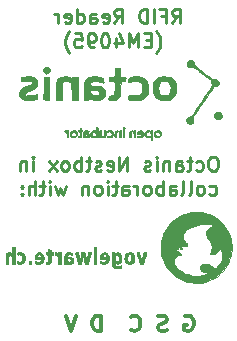
<source format=gbo>
%TF.GenerationSoftware,KiCad,Pcbnew,4.0.7*%
%TF.CreationDate,2018-10-01T17:52:14+02:00*%
%TF.ProjectId,RFID_BOARD_V3_EM4095,524649445F424F4152445F56335F454D,rev?*%
%TF.FileFunction,Legend,Bot*%
%FSLAX46Y46*%
G04 Gerber Fmt 4.6, Leading zero omitted, Abs format (unit mm)*
G04 Created by KiCad (PCBNEW 4.0.7) date 2018 October 01, Monday 17:52:14*
%MOMM*%
%LPD*%
G01*
G04 APERTURE LIST*
%ADD10C,0.100000*%
%ADD11C,0.250000*%
%ADD12C,0.300000*%
%ADD13C,0.010000*%
G04 APERTURE END LIST*
D10*
D11*
X163528570Y-100017857D02*
X163928570Y-99446429D01*
X164214285Y-100017857D02*
X164214285Y-98817857D01*
X163757142Y-98817857D01*
X163642856Y-98875000D01*
X163585713Y-98932143D01*
X163528570Y-99046429D01*
X163528570Y-99217857D01*
X163585713Y-99332143D01*
X163642856Y-99389286D01*
X163757142Y-99446429D01*
X164214285Y-99446429D01*
X162614285Y-99389286D02*
X163014285Y-99389286D01*
X163014285Y-100017857D02*
X163014285Y-98817857D01*
X162442856Y-98817857D01*
X161985714Y-100017857D02*
X161985714Y-98817857D01*
X161414285Y-100017857D02*
X161414285Y-98817857D01*
X161128570Y-98817857D01*
X160957142Y-98875000D01*
X160842856Y-98989286D01*
X160785713Y-99103571D01*
X160728570Y-99332143D01*
X160728570Y-99503571D01*
X160785713Y-99732143D01*
X160842856Y-99846429D01*
X160957142Y-99960714D01*
X161128570Y-100017857D01*
X161414285Y-100017857D01*
X158614284Y-100017857D02*
X159014284Y-99446429D01*
X159299999Y-100017857D02*
X159299999Y-98817857D01*
X158842856Y-98817857D01*
X158728570Y-98875000D01*
X158671427Y-98932143D01*
X158614284Y-99046429D01*
X158614284Y-99217857D01*
X158671427Y-99332143D01*
X158728570Y-99389286D01*
X158842856Y-99446429D01*
X159299999Y-99446429D01*
X157642856Y-99960714D02*
X157757142Y-100017857D01*
X157985713Y-100017857D01*
X158099999Y-99960714D01*
X158157142Y-99846429D01*
X158157142Y-99389286D01*
X158099999Y-99275000D01*
X157985713Y-99217857D01*
X157757142Y-99217857D01*
X157642856Y-99275000D01*
X157585713Y-99389286D01*
X157585713Y-99503571D01*
X158157142Y-99617857D01*
X156557142Y-100017857D02*
X156557142Y-99389286D01*
X156614285Y-99275000D01*
X156728571Y-99217857D01*
X156957142Y-99217857D01*
X157071428Y-99275000D01*
X156557142Y-99960714D02*
X156671428Y-100017857D01*
X156957142Y-100017857D01*
X157071428Y-99960714D01*
X157128571Y-99846429D01*
X157128571Y-99732143D01*
X157071428Y-99617857D01*
X156957142Y-99560714D01*
X156671428Y-99560714D01*
X156557142Y-99503571D01*
X155471428Y-100017857D02*
X155471428Y-98817857D01*
X155471428Y-99960714D02*
X155585714Y-100017857D01*
X155814285Y-100017857D01*
X155928571Y-99960714D01*
X155985714Y-99903571D01*
X156042857Y-99789286D01*
X156042857Y-99446429D01*
X155985714Y-99332143D01*
X155928571Y-99275000D01*
X155814285Y-99217857D01*
X155585714Y-99217857D01*
X155471428Y-99275000D01*
X154442857Y-99960714D02*
X154557143Y-100017857D01*
X154785714Y-100017857D01*
X154900000Y-99960714D01*
X154957143Y-99846429D01*
X154957143Y-99389286D01*
X154900000Y-99275000D01*
X154785714Y-99217857D01*
X154557143Y-99217857D01*
X154442857Y-99275000D01*
X154385714Y-99389286D01*
X154385714Y-99503571D01*
X154957143Y-99617857D01*
X153871429Y-100017857D02*
X153871429Y-99217857D01*
X153871429Y-99446429D02*
X153814286Y-99332143D01*
X153757143Y-99275000D01*
X153642857Y-99217857D01*
X153528572Y-99217857D01*
X162185714Y-102525000D02*
X162242856Y-102467857D01*
X162357142Y-102296429D01*
X162414285Y-102182143D01*
X162471428Y-102010714D01*
X162528571Y-101725000D01*
X162528571Y-101496429D01*
X162471428Y-101210714D01*
X162414285Y-101039286D01*
X162357142Y-100925000D01*
X162242856Y-100753571D01*
X162185714Y-100696429D01*
X161728571Y-101439286D02*
X161328571Y-101439286D01*
X161157142Y-102067857D02*
X161728571Y-102067857D01*
X161728571Y-100867857D01*
X161157142Y-100867857D01*
X160642857Y-102067857D02*
X160642857Y-100867857D01*
X160242857Y-101725000D01*
X159842857Y-100867857D01*
X159842857Y-102067857D01*
X158757142Y-101267857D02*
X158757142Y-102067857D01*
X159042856Y-100810714D02*
X159328571Y-101667857D01*
X158585713Y-101667857D01*
X157899999Y-100867857D02*
X157785714Y-100867857D01*
X157671428Y-100925000D01*
X157614285Y-100982143D01*
X157557142Y-101096429D01*
X157499999Y-101325000D01*
X157499999Y-101610714D01*
X157557142Y-101839286D01*
X157614285Y-101953571D01*
X157671428Y-102010714D01*
X157785714Y-102067857D01*
X157899999Y-102067857D01*
X158014285Y-102010714D01*
X158071428Y-101953571D01*
X158128571Y-101839286D01*
X158185714Y-101610714D01*
X158185714Y-101325000D01*
X158128571Y-101096429D01*
X158071428Y-100982143D01*
X158014285Y-100925000D01*
X157899999Y-100867857D01*
X156928571Y-102067857D02*
X156699999Y-102067857D01*
X156585714Y-102010714D01*
X156528571Y-101953571D01*
X156414285Y-101782143D01*
X156357142Y-101553571D01*
X156357142Y-101096429D01*
X156414285Y-100982143D01*
X156471428Y-100925000D01*
X156585714Y-100867857D01*
X156814285Y-100867857D01*
X156928571Y-100925000D01*
X156985714Y-100982143D01*
X157042857Y-101096429D01*
X157042857Y-101382143D01*
X156985714Y-101496429D01*
X156928571Y-101553571D01*
X156814285Y-101610714D01*
X156585714Y-101610714D01*
X156471428Y-101553571D01*
X156414285Y-101496429D01*
X156357142Y-101382143D01*
X155271428Y-100867857D02*
X155842857Y-100867857D01*
X155900000Y-101439286D01*
X155842857Y-101382143D01*
X155728571Y-101325000D01*
X155442857Y-101325000D01*
X155328571Y-101382143D01*
X155271428Y-101439286D01*
X155214285Y-101553571D01*
X155214285Y-101839286D01*
X155271428Y-101953571D01*
X155328571Y-102010714D01*
X155442857Y-102067857D01*
X155728571Y-102067857D01*
X155842857Y-102010714D01*
X155900000Y-101953571D01*
X154814285Y-102525000D02*
X154757143Y-102467857D01*
X154642857Y-102296429D01*
X154585714Y-102182143D01*
X154528571Y-102010714D01*
X154471428Y-101725000D01*
X154471428Y-101496429D01*
X154528571Y-101210714D01*
X154585714Y-101039286D01*
X154642857Y-100925000D01*
X154757143Y-100753571D01*
X154814285Y-100696429D01*
X167114285Y-111317857D02*
X166885714Y-111317857D01*
X166771428Y-111375000D01*
X166657142Y-111489286D01*
X166600000Y-111717857D01*
X166600000Y-112117857D01*
X166657142Y-112346429D01*
X166771428Y-112460714D01*
X166885714Y-112517857D01*
X167114285Y-112517857D01*
X167228571Y-112460714D01*
X167342857Y-112346429D01*
X167400000Y-112117857D01*
X167400000Y-111717857D01*
X167342857Y-111489286D01*
X167228571Y-111375000D01*
X167114285Y-111317857D01*
X165571428Y-112460714D02*
X165685714Y-112517857D01*
X165914285Y-112517857D01*
X166028571Y-112460714D01*
X166085714Y-112403571D01*
X166142857Y-112289286D01*
X166142857Y-111946429D01*
X166085714Y-111832143D01*
X166028571Y-111775000D01*
X165914285Y-111717857D01*
X165685714Y-111717857D01*
X165571428Y-111775000D01*
X165228571Y-111717857D02*
X164771428Y-111717857D01*
X165057143Y-111317857D02*
X165057143Y-112346429D01*
X165000000Y-112460714D01*
X164885714Y-112517857D01*
X164771428Y-112517857D01*
X163857143Y-112517857D02*
X163857143Y-111889286D01*
X163914286Y-111775000D01*
X164028572Y-111717857D01*
X164257143Y-111717857D01*
X164371429Y-111775000D01*
X163857143Y-112460714D02*
X163971429Y-112517857D01*
X164257143Y-112517857D01*
X164371429Y-112460714D01*
X164428572Y-112346429D01*
X164428572Y-112232143D01*
X164371429Y-112117857D01*
X164257143Y-112060714D01*
X163971429Y-112060714D01*
X163857143Y-112003571D01*
X163285715Y-111717857D02*
X163285715Y-112517857D01*
X163285715Y-111832143D02*
X163228572Y-111775000D01*
X163114286Y-111717857D01*
X162942858Y-111717857D01*
X162828572Y-111775000D01*
X162771429Y-111889286D01*
X162771429Y-112517857D01*
X162200001Y-112517857D02*
X162200001Y-111717857D01*
X162200001Y-111317857D02*
X162257144Y-111375000D01*
X162200001Y-111432143D01*
X162142858Y-111375000D01*
X162200001Y-111317857D01*
X162200001Y-111432143D01*
X161685715Y-112460714D02*
X161571429Y-112517857D01*
X161342857Y-112517857D01*
X161228572Y-112460714D01*
X161171429Y-112346429D01*
X161171429Y-112289286D01*
X161228572Y-112175000D01*
X161342857Y-112117857D01*
X161514286Y-112117857D01*
X161628572Y-112060714D01*
X161685715Y-111946429D01*
X161685715Y-111889286D01*
X161628572Y-111775000D01*
X161514286Y-111717857D01*
X161342857Y-111717857D01*
X161228572Y-111775000D01*
X159742857Y-112517857D02*
X159742857Y-111317857D01*
X159057142Y-112517857D01*
X159057142Y-111317857D01*
X158028571Y-112460714D02*
X158142857Y-112517857D01*
X158371428Y-112517857D01*
X158485714Y-112460714D01*
X158542857Y-112346429D01*
X158542857Y-111889286D01*
X158485714Y-111775000D01*
X158371428Y-111717857D01*
X158142857Y-111717857D01*
X158028571Y-111775000D01*
X157971428Y-111889286D01*
X157971428Y-112003571D01*
X158542857Y-112117857D01*
X157514286Y-112460714D02*
X157400000Y-112517857D01*
X157171428Y-112517857D01*
X157057143Y-112460714D01*
X157000000Y-112346429D01*
X157000000Y-112289286D01*
X157057143Y-112175000D01*
X157171428Y-112117857D01*
X157342857Y-112117857D01*
X157457143Y-112060714D01*
X157514286Y-111946429D01*
X157514286Y-111889286D01*
X157457143Y-111775000D01*
X157342857Y-111717857D01*
X157171428Y-111717857D01*
X157057143Y-111775000D01*
X156657142Y-111717857D02*
X156199999Y-111717857D01*
X156485714Y-111317857D02*
X156485714Y-112346429D01*
X156428571Y-112460714D01*
X156314285Y-112517857D01*
X156199999Y-112517857D01*
X155800000Y-112517857D02*
X155800000Y-111317857D01*
X155800000Y-111775000D02*
X155685714Y-111717857D01*
X155457143Y-111717857D01*
X155342857Y-111775000D01*
X155285714Y-111832143D01*
X155228571Y-111946429D01*
X155228571Y-112289286D01*
X155285714Y-112403571D01*
X155342857Y-112460714D01*
X155457143Y-112517857D01*
X155685714Y-112517857D01*
X155800000Y-112460714D01*
X154542857Y-112517857D02*
X154657143Y-112460714D01*
X154714286Y-112403571D01*
X154771429Y-112289286D01*
X154771429Y-111946429D01*
X154714286Y-111832143D01*
X154657143Y-111775000D01*
X154542857Y-111717857D01*
X154371429Y-111717857D01*
X154257143Y-111775000D01*
X154200000Y-111832143D01*
X154142857Y-111946429D01*
X154142857Y-112289286D01*
X154200000Y-112403571D01*
X154257143Y-112460714D01*
X154371429Y-112517857D01*
X154542857Y-112517857D01*
X153742857Y-112517857D02*
X153114286Y-111717857D01*
X153742857Y-111717857D02*
X153114286Y-112517857D01*
X151742857Y-112517857D02*
X151742857Y-111717857D01*
X151742857Y-111317857D02*
X151800000Y-111375000D01*
X151742857Y-111432143D01*
X151685714Y-111375000D01*
X151742857Y-111317857D01*
X151742857Y-111432143D01*
X151171428Y-111717857D02*
X151171428Y-112517857D01*
X151171428Y-111832143D02*
X151114285Y-111775000D01*
X150999999Y-111717857D01*
X150828571Y-111717857D01*
X150714285Y-111775000D01*
X150657142Y-111889286D01*
X150657142Y-112517857D01*
X166685713Y-114510714D02*
X166799999Y-114567857D01*
X167028570Y-114567857D01*
X167142856Y-114510714D01*
X167199999Y-114453571D01*
X167257142Y-114339286D01*
X167257142Y-113996429D01*
X167199999Y-113882143D01*
X167142856Y-113825000D01*
X167028570Y-113767857D01*
X166799999Y-113767857D01*
X166685713Y-113825000D01*
X165999999Y-114567857D02*
X166114285Y-114510714D01*
X166171428Y-114453571D01*
X166228571Y-114339286D01*
X166228571Y-113996429D01*
X166171428Y-113882143D01*
X166114285Y-113825000D01*
X165999999Y-113767857D01*
X165828571Y-113767857D01*
X165714285Y-113825000D01*
X165657142Y-113882143D01*
X165599999Y-113996429D01*
X165599999Y-114339286D01*
X165657142Y-114453571D01*
X165714285Y-114510714D01*
X165828571Y-114567857D01*
X165999999Y-114567857D01*
X164914285Y-114567857D02*
X165028571Y-114510714D01*
X165085714Y-114396429D01*
X165085714Y-113367857D01*
X164285714Y-114567857D02*
X164400000Y-114510714D01*
X164457143Y-114396429D01*
X164457143Y-113367857D01*
X163314286Y-114567857D02*
X163314286Y-113939286D01*
X163371429Y-113825000D01*
X163485715Y-113767857D01*
X163714286Y-113767857D01*
X163828572Y-113825000D01*
X163314286Y-114510714D02*
X163428572Y-114567857D01*
X163714286Y-114567857D01*
X163828572Y-114510714D01*
X163885715Y-114396429D01*
X163885715Y-114282143D01*
X163828572Y-114167857D01*
X163714286Y-114110714D01*
X163428572Y-114110714D01*
X163314286Y-114053571D01*
X162742858Y-114567857D02*
X162742858Y-113367857D01*
X162742858Y-113825000D02*
X162628572Y-113767857D01*
X162400001Y-113767857D01*
X162285715Y-113825000D01*
X162228572Y-113882143D01*
X162171429Y-113996429D01*
X162171429Y-114339286D01*
X162228572Y-114453571D01*
X162285715Y-114510714D01*
X162400001Y-114567857D01*
X162628572Y-114567857D01*
X162742858Y-114510714D01*
X161485715Y-114567857D02*
X161600001Y-114510714D01*
X161657144Y-114453571D01*
X161714287Y-114339286D01*
X161714287Y-113996429D01*
X161657144Y-113882143D01*
X161600001Y-113825000D01*
X161485715Y-113767857D01*
X161314287Y-113767857D01*
X161200001Y-113825000D01*
X161142858Y-113882143D01*
X161085715Y-113996429D01*
X161085715Y-114339286D01*
X161142858Y-114453571D01*
X161200001Y-114510714D01*
X161314287Y-114567857D01*
X161485715Y-114567857D01*
X160571430Y-114567857D02*
X160571430Y-113767857D01*
X160571430Y-113996429D02*
X160514287Y-113882143D01*
X160457144Y-113825000D01*
X160342858Y-113767857D01*
X160228573Y-113767857D01*
X159314287Y-114567857D02*
X159314287Y-113939286D01*
X159371430Y-113825000D01*
X159485716Y-113767857D01*
X159714287Y-113767857D01*
X159828573Y-113825000D01*
X159314287Y-114510714D02*
X159428573Y-114567857D01*
X159714287Y-114567857D01*
X159828573Y-114510714D01*
X159885716Y-114396429D01*
X159885716Y-114282143D01*
X159828573Y-114167857D01*
X159714287Y-114110714D01*
X159428573Y-114110714D01*
X159314287Y-114053571D01*
X158914287Y-113767857D02*
X158457144Y-113767857D01*
X158742859Y-113367857D02*
X158742859Y-114396429D01*
X158685716Y-114510714D01*
X158571430Y-114567857D01*
X158457144Y-114567857D01*
X158057145Y-114567857D02*
X158057145Y-113767857D01*
X158057145Y-113367857D02*
X158114288Y-113425000D01*
X158057145Y-113482143D01*
X158000002Y-113425000D01*
X158057145Y-113367857D01*
X158057145Y-113482143D01*
X157314287Y-114567857D02*
X157428573Y-114510714D01*
X157485716Y-114453571D01*
X157542859Y-114339286D01*
X157542859Y-113996429D01*
X157485716Y-113882143D01*
X157428573Y-113825000D01*
X157314287Y-113767857D01*
X157142859Y-113767857D01*
X157028573Y-113825000D01*
X156971430Y-113882143D01*
X156914287Y-113996429D01*
X156914287Y-114339286D01*
X156971430Y-114453571D01*
X157028573Y-114510714D01*
X157142859Y-114567857D01*
X157314287Y-114567857D01*
X156400002Y-113767857D02*
X156400002Y-114567857D01*
X156400002Y-113882143D02*
X156342859Y-113825000D01*
X156228573Y-113767857D01*
X156057145Y-113767857D01*
X155942859Y-113825000D01*
X155885716Y-113939286D01*
X155885716Y-114567857D01*
X154514287Y-113767857D02*
X154285716Y-114567857D01*
X154057145Y-113996429D01*
X153828573Y-114567857D01*
X153600002Y-113767857D01*
X153142859Y-114567857D02*
X153142859Y-113767857D01*
X153142859Y-113367857D02*
X153200002Y-113425000D01*
X153142859Y-113482143D01*
X153085716Y-113425000D01*
X153142859Y-113367857D01*
X153142859Y-113482143D01*
X152742858Y-113767857D02*
X152285715Y-113767857D01*
X152571430Y-113367857D02*
X152571430Y-114396429D01*
X152514287Y-114510714D01*
X152400001Y-114567857D01*
X152285715Y-114567857D01*
X151885716Y-114567857D02*
X151885716Y-113367857D01*
X151371430Y-114567857D02*
X151371430Y-113939286D01*
X151428573Y-113825000D01*
X151542859Y-113767857D01*
X151714287Y-113767857D01*
X151828573Y-113825000D01*
X151885716Y-113882143D01*
X150800002Y-114453571D02*
X150742859Y-114510714D01*
X150800002Y-114567857D01*
X150857145Y-114510714D01*
X150800002Y-114453571D01*
X150800002Y-114567857D01*
X150800002Y-113825000D02*
X150742859Y-113882143D01*
X150800002Y-113939286D01*
X150857145Y-113882143D01*
X150800002Y-113825000D01*
X150800002Y-113939286D01*
D12*
X164611904Y-124850000D02*
X164735713Y-124788095D01*
X164921428Y-124788095D01*
X165107142Y-124850000D01*
X165230951Y-124973810D01*
X165292856Y-125097619D01*
X165354761Y-125345238D01*
X165354761Y-125530952D01*
X165292856Y-125778571D01*
X165230951Y-125902381D01*
X165107142Y-126026190D01*
X164921428Y-126088095D01*
X164797618Y-126088095D01*
X164611904Y-126026190D01*
X164549999Y-125964286D01*
X164549999Y-125530952D01*
X164797618Y-125530952D01*
X163064285Y-126026190D02*
X162878571Y-126088095D01*
X162569047Y-126088095D01*
X162445237Y-126026190D01*
X162383333Y-125964286D01*
X162321428Y-125840476D01*
X162321428Y-125716667D01*
X162383333Y-125592857D01*
X162445237Y-125530952D01*
X162569047Y-125469048D01*
X162816666Y-125407143D01*
X162940475Y-125345238D01*
X163002380Y-125283333D01*
X163064285Y-125159524D01*
X163064285Y-125035714D01*
X163002380Y-124911905D01*
X162940475Y-124850000D01*
X162816666Y-124788095D01*
X162507142Y-124788095D01*
X162321428Y-124850000D01*
X160030952Y-125964286D02*
X160092857Y-126026190D01*
X160278571Y-126088095D01*
X160402381Y-126088095D01*
X160588095Y-126026190D01*
X160711904Y-125902381D01*
X160773809Y-125778571D01*
X160835714Y-125530952D01*
X160835714Y-125345238D01*
X160773809Y-125097619D01*
X160711904Y-124973810D01*
X160588095Y-124850000D01*
X160402381Y-124788095D01*
X160278571Y-124788095D01*
X160092857Y-124850000D01*
X160030952Y-124911905D01*
X157492857Y-126088095D02*
X157492857Y-124788095D01*
X157183333Y-124788095D01*
X156997619Y-124850000D01*
X156873810Y-124973810D01*
X156811905Y-125097619D01*
X156750000Y-125345238D01*
X156750000Y-125530952D01*
X156811905Y-125778571D01*
X156873810Y-125902381D01*
X156997619Y-126026190D01*
X157183333Y-126088095D01*
X157492857Y-126088095D01*
X155388095Y-124788095D02*
X154954762Y-126088095D01*
X154521429Y-124788095D01*
D13*
G36*
X165451600Y-116008216D02*
X165159078Y-116032339D01*
X164884474Y-116080653D01*
X164620627Y-116154592D01*
X164496028Y-116199479D01*
X164207417Y-116328560D01*
X163936251Y-116485458D01*
X163684338Y-116668287D01*
X163453489Y-116875159D01*
X163245513Y-117104190D01*
X163062218Y-117353491D01*
X162905415Y-117621176D01*
X162776912Y-117905359D01*
X162726717Y-118044356D01*
X162682236Y-118182772D01*
X162647767Y-118303644D01*
X162622082Y-118415030D01*
X162603953Y-118524987D01*
X162592150Y-118641573D01*
X162585445Y-118772845D01*
X162582609Y-118926861D01*
X162582294Y-118991533D01*
X162582369Y-119123859D01*
X162583565Y-119228975D01*
X162586315Y-119313532D01*
X162591054Y-119384179D01*
X162598217Y-119447568D01*
X162608239Y-119510347D01*
X162620283Y-119572918D01*
X162700315Y-119885777D01*
X162809733Y-120183200D01*
X162947068Y-120463715D01*
X163110854Y-120725850D01*
X163299623Y-120968134D01*
X163511906Y-121189094D01*
X163746235Y-121387259D01*
X164001144Y-121561156D01*
X164275164Y-121709315D01*
X164566826Y-121830263D01*
X164874665Y-121922528D01*
X164989358Y-121948478D01*
X165072002Y-121961491D01*
X165180500Y-121972555D01*
X165306884Y-121981412D01*
X165443183Y-121987804D01*
X165581428Y-121991472D01*
X165713650Y-121992157D01*
X165831877Y-121989601D01*
X165928142Y-121983544D01*
X165959600Y-121979964D01*
X166269802Y-121921057D01*
X166568977Y-121831083D01*
X166855136Y-121711614D01*
X167126292Y-121564222D01*
X167380456Y-121390478D01*
X167615639Y-121191954D01*
X167829855Y-120970222D01*
X168021113Y-120726854D01*
X168187427Y-120463420D01*
X168326808Y-120181494D01*
X168370654Y-120074105D01*
X168463906Y-119786566D01*
X168479837Y-119711199D01*
X167771467Y-119711199D01*
X167754708Y-119897124D01*
X167704936Y-120078749D01*
X167622910Y-120254315D01*
X167509388Y-120422068D01*
X167420210Y-120524882D01*
X167354946Y-120590759D01*
X167287204Y-120654196D01*
X167226016Y-120706979D01*
X167188850Y-120735328D01*
X167097081Y-120798532D01*
X166964374Y-120665233D01*
X166842560Y-120555904D01*
X166721789Y-120475506D01*
X166595321Y-120420010D01*
X166516824Y-120397673D01*
X166383435Y-120377038D01*
X166254531Y-120377392D01*
X166137345Y-120397918D01*
X166039110Y-120437799D01*
X166012700Y-120454628D01*
X165962951Y-120506015D01*
X165921877Y-120577062D01*
X165896555Y-120653601D01*
X165891867Y-120696550D01*
X165905154Y-120788074D01*
X165940854Y-120879428D01*
X165992721Y-120954945D01*
X165996418Y-120958844D01*
X166075160Y-121018418D01*
X166179870Y-121064388D01*
X166304928Y-121095363D01*
X166444714Y-121109956D01*
X166593608Y-121106777D01*
X166594600Y-121106695D01*
X166655950Y-121102594D01*
X166700443Y-121101593D01*
X166720811Y-121103781D01*
X166721054Y-121105162D01*
X166698517Y-121118804D01*
X166650786Y-121141214D01*
X166584542Y-121169714D01*
X166506464Y-121201626D01*
X166423234Y-121234272D01*
X166341531Y-121264974D01*
X166268034Y-121291052D01*
X166213600Y-121308604D01*
X166031943Y-121357430D01*
X165866442Y-121389695D01*
X165706397Y-121406279D01*
X165541104Y-121408067D01*
X165359863Y-121395939D01*
X165271155Y-121386284D01*
X165053857Y-121349104D01*
X164839356Y-121290894D01*
X164631551Y-121213932D01*
X164434338Y-121120501D01*
X164251612Y-121012880D01*
X164087272Y-120893351D01*
X163945213Y-120764194D01*
X163829333Y-120627689D01*
X163747709Y-120494619D01*
X163717492Y-120432274D01*
X163698332Y-120384123D01*
X163687719Y-120338653D01*
X163683138Y-120284350D01*
X163682078Y-120209699D01*
X163682067Y-120193799D01*
X163683079Y-120111748D01*
X163687391Y-120052853D01*
X163696913Y-120006433D01*
X163713554Y-119961805D01*
X163729710Y-119927445D01*
X163799726Y-119821486D01*
X163893106Y-119739144D01*
X164007645Y-119681827D01*
X164141142Y-119650939D01*
X164166993Y-119648297D01*
X164224719Y-119642546D01*
X164266316Y-119636664D01*
X164283162Y-119631882D01*
X164283200Y-119631703D01*
X164274768Y-119608421D01*
X164253528Y-119567728D01*
X164225567Y-119520322D01*
X164196970Y-119476899D01*
X164188735Y-119465666D01*
X164116649Y-119396512D01*
X164017270Y-119339704D01*
X163895572Y-119297297D01*
X163756529Y-119271348D01*
X163707467Y-119266731D01*
X163685411Y-119263675D01*
X163681565Y-119257536D01*
X163699213Y-119246369D01*
X163741639Y-119228229D01*
X163812126Y-119201170D01*
X163828501Y-119195032D01*
X163909321Y-119163834D01*
X163964459Y-119139373D01*
X164000415Y-119117827D01*
X164023685Y-119095377D01*
X164039201Y-119071152D01*
X164097260Y-118993360D01*
X164174704Y-118931739D01*
X164253345Y-118897224D01*
X164293697Y-118888996D01*
X164341365Y-118885394D01*
X164402449Y-118886601D01*
X164483049Y-118892798D01*
X164589262Y-118904168D01*
X164624650Y-118908331D01*
X164681147Y-118913500D01*
X164716615Y-118910131D01*
X164743411Y-118895363D01*
X164764350Y-118875989D01*
X164796838Y-118830820D01*
X164807909Y-118774730D01*
X164808134Y-118762281D01*
X164806675Y-118732189D01*
X164799688Y-118705782D01*
X164783255Y-118677478D01*
X164753458Y-118641699D01*
X164706380Y-118592862D01*
X164650081Y-118537144D01*
X164584169Y-118471538D01*
X164537868Y-118421975D01*
X164506116Y-118381299D01*
X164483851Y-118342354D01*
X164466010Y-118297985D01*
X164453046Y-118258612D01*
X164425688Y-118131254D01*
X164427272Y-118009756D01*
X164458744Y-117891004D01*
X164521051Y-117771887D01*
X164615140Y-117649294D01*
X164650199Y-117610850D01*
X164805445Y-117469743D01*
X164988098Y-117345517D01*
X165195454Y-117239546D01*
X165424812Y-117153208D01*
X165673468Y-117087877D01*
X165680200Y-117086464D01*
X165931558Y-117043987D01*
X166182202Y-117022490D01*
X166438515Y-117022026D01*
X166706878Y-117042649D01*
X166993674Y-117084412D01*
X167068733Y-117098111D01*
X167305800Y-117142978D01*
X167162097Y-117173991D01*
X166957303Y-117227496D01*
X166784185Y-117292828D01*
X166642652Y-117370072D01*
X166532615Y-117459313D01*
X166453982Y-117560640D01*
X166406664Y-117674138D01*
X166390569Y-117799892D01*
X166398774Y-117901313D01*
X166433764Y-118030457D01*
X166498296Y-118169821D01*
X166590787Y-118316273D01*
X166645397Y-118389118D01*
X166712804Y-118477325D01*
X166762066Y-118549489D01*
X166798099Y-118614371D01*
X166825821Y-118680730D01*
X166848148Y-118750406D01*
X166876597Y-118907748D01*
X166873876Y-119073040D01*
X166840399Y-119242004D01*
X166786353Y-119389166D01*
X166761267Y-119446868D01*
X166749521Y-119481979D01*
X166749904Y-119502490D01*
X166761204Y-119516391D01*
X166766449Y-119520399D01*
X166800141Y-119532154D01*
X166858365Y-119539711D01*
X166918935Y-119541866D01*
X167063181Y-119526334D01*
X167194601Y-119481439D01*
X167309724Y-119409735D01*
X167405080Y-119313774D01*
X167477200Y-119196109D01*
X167510790Y-119106417D01*
X167537684Y-119013904D01*
X167579986Y-119076157D01*
X167652204Y-119205152D01*
X167710375Y-119354524D01*
X167750934Y-119512449D01*
X167770315Y-119667099D01*
X167771467Y-119711199D01*
X168479837Y-119711199D01*
X168527200Y-119487141D01*
X168560197Y-119180369D01*
X168562559Y-118870787D01*
X168533945Y-118562932D01*
X168498381Y-118365000D01*
X168416540Y-118062893D01*
X168305448Y-117775553D01*
X168166995Y-117504444D01*
X168003074Y-117251030D01*
X167815577Y-117016773D01*
X167606396Y-116803138D01*
X167377423Y-116611587D01*
X167130550Y-116443586D01*
X166867670Y-116300596D01*
X166590674Y-116184082D01*
X166301454Y-116095508D01*
X166001902Y-116036336D01*
X165693911Y-116008031D01*
X165451600Y-116008216D01*
X165451600Y-116008216D01*
G37*
X165451600Y-116008216D02*
X165159078Y-116032339D01*
X164884474Y-116080653D01*
X164620627Y-116154592D01*
X164496028Y-116199479D01*
X164207417Y-116328560D01*
X163936251Y-116485458D01*
X163684338Y-116668287D01*
X163453489Y-116875159D01*
X163245513Y-117104190D01*
X163062218Y-117353491D01*
X162905415Y-117621176D01*
X162776912Y-117905359D01*
X162726717Y-118044356D01*
X162682236Y-118182772D01*
X162647767Y-118303644D01*
X162622082Y-118415030D01*
X162603953Y-118524987D01*
X162592150Y-118641573D01*
X162585445Y-118772845D01*
X162582609Y-118926861D01*
X162582294Y-118991533D01*
X162582369Y-119123859D01*
X162583565Y-119228975D01*
X162586315Y-119313532D01*
X162591054Y-119384179D01*
X162598217Y-119447568D01*
X162608239Y-119510347D01*
X162620283Y-119572918D01*
X162700315Y-119885777D01*
X162809733Y-120183200D01*
X162947068Y-120463715D01*
X163110854Y-120725850D01*
X163299623Y-120968134D01*
X163511906Y-121189094D01*
X163746235Y-121387259D01*
X164001144Y-121561156D01*
X164275164Y-121709315D01*
X164566826Y-121830263D01*
X164874665Y-121922528D01*
X164989358Y-121948478D01*
X165072002Y-121961491D01*
X165180500Y-121972555D01*
X165306884Y-121981412D01*
X165443183Y-121987804D01*
X165581428Y-121991472D01*
X165713650Y-121992157D01*
X165831877Y-121989601D01*
X165928142Y-121983544D01*
X165959600Y-121979964D01*
X166269802Y-121921057D01*
X166568977Y-121831083D01*
X166855136Y-121711614D01*
X167126292Y-121564222D01*
X167380456Y-121390478D01*
X167615639Y-121191954D01*
X167829855Y-120970222D01*
X168021113Y-120726854D01*
X168187427Y-120463420D01*
X168326808Y-120181494D01*
X168370654Y-120074105D01*
X168463906Y-119786566D01*
X168479837Y-119711199D01*
X167771467Y-119711199D01*
X167754708Y-119897124D01*
X167704936Y-120078749D01*
X167622910Y-120254315D01*
X167509388Y-120422068D01*
X167420210Y-120524882D01*
X167354946Y-120590759D01*
X167287204Y-120654196D01*
X167226016Y-120706979D01*
X167188850Y-120735328D01*
X167097081Y-120798532D01*
X166964374Y-120665233D01*
X166842560Y-120555904D01*
X166721789Y-120475506D01*
X166595321Y-120420010D01*
X166516824Y-120397673D01*
X166383435Y-120377038D01*
X166254531Y-120377392D01*
X166137345Y-120397918D01*
X166039110Y-120437799D01*
X166012700Y-120454628D01*
X165962951Y-120506015D01*
X165921877Y-120577062D01*
X165896555Y-120653601D01*
X165891867Y-120696550D01*
X165905154Y-120788074D01*
X165940854Y-120879428D01*
X165992721Y-120954945D01*
X165996418Y-120958844D01*
X166075160Y-121018418D01*
X166179870Y-121064388D01*
X166304928Y-121095363D01*
X166444714Y-121109956D01*
X166593608Y-121106777D01*
X166594600Y-121106695D01*
X166655950Y-121102594D01*
X166700443Y-121101593D01*
X166720811Y-121103781D01*
X166721054Y-121105162D01*
X166698517Y-121118804D01*
X166650786Y-121141214D01*
X166584542Y-121169714D01*
X166506464Y-121201626D01*
X166423234Y-121234272D01*
X166341531Y-121264974D01*
X166268034Y-121291052D01*
X166213600Y-121308604D01*
X166031943Y-121357430D01*
X165866442Y-121389695D01*
X165706397Y-121406279D01*
X165541104Y-121408067D01*
X165359863Y-121395939D01*
X165271155Y-121386284D01*
X165053857Y-121349104D01*
X164839356Y-121290894D01*
X164631551Y-121213932D01*
X164434338Y-121120501D01*
X164251612Y-121012880D01*
X164087272Y-120893351D01*
X163945213Y-120764194D01*
X163829333Y-120627689D01*
X163747709Y-120494619D01*
X163717492Y-120432274D01*
X163698332Y-120384123D01*
X163687719Y-120338653D01*
X163683138Y-120284350D01*
X163682078Y-120209699D01*
X163682067Y-120193799D01*
X163683079Y-120111748D01*
X163687391Y-120052853D01*
X163696913Y-120006433D01*
X163713554Y-119961805D01*
X163729710Y-119927445D01*
X163799726Y-119821486D01*
X163893106Y-119739144D01*
X164007645Y-119681827D01*
X164141142Y-119650939D01*
X164166993Y-119648297D01*
X164224719Y-119642546D01*
X164266316Y-119636664D01*
X164283162Y-119631882D01*
X164283200Y-119631703D01*
X164274768Y-119608421D01*
X164253528Y-119567728D01*
X164225567Y-119520322D01*
X164196970Y-119476899D01*
X164188735Y-119465666D01*
X164116649Y-119396512D01*
X164017270Y-119339704D01*
X163895572Y-119297297D01*
X163756529Y-119271348D01*
X163707467Y-119266731D01*
X163685411Y-119263675D01*
X163681565Y-119257536D01*
X163699213Y-119246369D01*
X163741639Y-119228229D01*
X163812126Y-119201170D01*
X163828501Y-119195032D01*
X163909321Y-119163834D01*
X163964459Y-119139373D01*
X164000415Y-119117827D01*
X164023685Y-119095377D01*
X164039201Y-119071152D01*
X164097260Y-118993360D01*
X164174704Y-118931739D01*
X164253345Y-118897224D01*
X164293697Y-118888996D01*
X164341365Y-118885394D01*
X164402449Y-118886601D01*
X164483049Y-118892798D01*
X164589262Y-118904168D01*
X164624650Y-118908331D01*
X164681147Y-118913500D01*
X164716615Y-118910131D01*
X164743411Y-118895363D01*
X164764350Y-118875989D01*
X164796838Y-118830820D01*
X164807909Y-118774730D01*
X164808134Y-118762281D01*
X164806675Y-118732189D01*
X164799688Y-118705782D01*
X164783255Y-118677478D01*
X164753458Y-118641699D01*
X164706380Y-118592862D01*
X164650081Y-118537144D01*
X164584169Y-118471538D01*
X164537868Y-118421975D01*
X164506116Y-118381299D01*
X164483851Y-118342354D01*
X164466010Y-118297985D01*
X164453046Y-118258612D01*
X164425688Y-118131254D01*
X164427272Y-118009756D01*
X164458744Y-117891004D01*
X164521051Y-117771887D01*
X164615140Y-117649294D01*
X164650199Y-117610850D01*
X164805445Y-117469743D01*
X164988098Y-117345517D01*
X165195454Y-117239546D01*
X165424812Y-117153208D01*
X165673468Y-117087877D01*
X165680200Y-117086464D01*
X165931558Y-117043987D01*
X166182202Y-117022490D01*
X166438515Y-117022026D01*
X166706878Y-117042649D01*
X166993674Y-117084412D01*
X167068733Y-117098111D01*
X167305800Y-117142978D01*
X167162097Y-117173991D01*
X166957303Y-117227496D01*
X166784185Y-117292828D01*
X166642652Y-117370072D01*
X166532615Y-117459313D01*
X166453982Y-117560640D01*
X166406664Y-117674138D01*
X166390569Y-117799892D01*
X166398774Y-117901313D01*
X166433764Y-118030457D01*
X166498296Y-118169821D01*
X166590787Y-118316273D01*
X166645397Y-118389118D01*
X166712804Y-118477325D01*
X166762066Y-118549489D01*
X166798099Y-118614371D01*
X166825821Y-118680730D01*
X166848148Y-118750406D01*
X166876597Y-118907748D01*
X166873876Y-119073040D01*
X166840399Y-119242004D01*
X166786353Y-119389166D01*
X166761267Y-119446868D01*
X166749521Y-119481979D01*
X166749904Y-119502490D01*
X166761204Y-119516391D01*
X166766449Y-119520399D01*
X166800141Y-119532154D01*
X166858365Y-119539711D01*
X166918935Y-119541866D01*
X167063181Y-119526334D01*
X167194601Y-119481439D01*
X167309724Y-119409735D01*
X167405080Y-119313774D01*
X167477200Y-119196109D01*
X167510790Y-119106417D01*
X167537684Y-119013904D01*
X167579986Y-119076157D01*
X167652204Y-119205152D01*
X167710375Y-119354524D01*
X167750934Y-119512449D01*
X167770315Y-119667099D01*
X167771467Y-119711199D01*
X168479837Y-119711199D01*
X168527200Y-119487141D01*
X168560197Y-119180369D01*
X168562559Y-118870787D01*
X168533945Y-118562932D01*
X168498381Y-118365000D01*
X168416540Y-118062893D01*
X168305448Y-117775553D01*
X168166995Y-117504444D01*
X168003074Y-117251030D01*
X167815577Y-117016773D01*
X167606396Y-116803138D01*
X167377423Y-116611587D01*
X167130550Y-116443586D01*
X166867670Y-116300596D01*
X166590674Y-116184082D01*
X166301454Y-116095508D01*
X166001902Y-116036336D01*
X165693911Y-116008031D01*
X165451600Y-116008216D01*
G36*
X158820986Y-119431690D02*
X158743189Y-119462397D01*
X158687361Y-119518530D01*
X158677205Y-119535772D01*
X158652867Y-119581635D01*
X158635933Y-119431799D01*
X158432733Y-119431799D01*
X158433487Y-119931333D01*
X158434197Y-120094288D01*
X158436188Y-120227378D01*
X158440066Y-120334598D01*
X158446433Y-120419943D01*
X158455896Y-120487406D01*
X158469057Y-120540983D01*
X158486521Y-120584668D01*
X158508893Y-120622457D01*
X158536777Y-120658344D01*
X158544890Y-120667726D01*
X158615775Y-120724551D01*
X158710366Y-120764468D01*
X158822227Y-120786012D01*
X158944923Y-120787717D01*
X159027270Y-120777523D01*
X159109119Y-120761201D01*
X159162265Y-120743570D01*
X159191608Y-120719077D01*
X159202044Y-120682163D01*
X159198471Y-120627273D01*
X159192709Y-120589825D01*
X159182590Y-120528650D01*
X159095529Y-120562375D01*
X159006239Y-120587181D01*
X158913617Y-120596469D01*
X158829046Y-120589959D01*
X158769266Y-120570383D01*
X158719100Y-120525669D01*
X158682880Y-120455872D01*
X158663644Y-120367971D01*
X158661333Y-120322449D01*
X158661333Y-120240117D01*
X158724833Y-120303329D01*
X158800127Y-120357213D01*
X158883272Y-120381110D01*
X158968967Y-120376241D01*
X159051910Y-120343827D01*
X159126800Y-120285089D01*
X159188335Y-120201248D01*
X159191243Y-120195903D01*
X159207246Y-120162141D01*
X159217960Y-120126717D01*
X159224407Y-120081936D01*
X159227607Y-120020101D01*
X159228582Y-119933519D01*
X159228600Y-119914399D01*
X159228397Y-119883641D01*
X158999104Y-119883641D01*
X158996449Y-119974551D01*
X158986483Y-120052726D01*
X158981873Y-120072132D01*
X158961556Y-120123520D01*
X158935146Y-120165197D01*
X158931167Y-120169499D01*
X158882971Y-120196001D01*
X158822440Y-120200252D01*
X158762731Y-120182296D01*
X158741938Y-120168839D01*
X158706188Y-120122315D01*
X158680018Y-120051675D01*
X158664663Y-119965626D01*
X158661363Y-119872875D01*
X158671354Y-119782130D01*
X158681248Y-119741794D01*
X158710464Y-119681724D01*
X158754879Y-119631433D01*
X158805459Y-119599507D01*
X158838149Y-119592666D01*
X158891476Y-119608003D01*
X158940430Y-119648344D01*
X158975721Y-119705187D01*
X158982389Y-119724670D01*
X158994425Y-119795260D01*
X158999104Y-119883641D01*
X159228397Y-119883641D01*
X159227997Y-119823168D01*
X159225370Y-119757321D01*
X159219490Y-119708388D01*
X159209131Y-119667895D01*
X159193063Y-119627371D01*
X159184207Y-119608067D01*
X159134406Y-119523651D01*
X159074654Y-119468197D01*
X158998056Y-119436941D01*
X158921155Y-119426228D01*
X158820986Y-119431690D01*
X158820986Y-119431690D01*
G37*
X158820986Y-119431690D02*
X158743189Y-119462397D01*
X158687361Y-119518530D01*
X158677205Y-119535772D01*
X158652867Y-119581635D01*
X158635933Y-119431799D01*
X158432733Y-119431799D01*
X158433487Y-119931333D01*
X158434197Y-120094288D01*
X158436188Y-120227378D01*
X158440066Y-120334598D01*
X158446433Y-120419943D01*
X158455896Y-120487406D01*
X158469057Y-120540983D01*
X158486521Y-120584668D01*
X158508893Y-120622457D01*
X158536777Y-120658344D01*
X158544890Y-120667726D01*
X158615775Y-120724551D01*
X158710366Y-120764468D01*
X158822227Y-120786012D01*
X158944923Y-120787717D01*
X159027270Y-120777523D01*
X159109119Y-120761201D01*
X159162265Y-120743570D01*
X159191608Y-120719077D01*
X159202044Y-120682163D01*
X159198471Y-120627273D01*
X159192709Y-120589825D01*
X159182590Y-120528650D01*
X159095529Y-120562375D01*
X159006239Y-120587181D01*
X158913617Y-120596469D01*
X158829046Y-120589959D01*
X158769266Y-120570383D01*
X158719100Y-120525669D01*
X158682880Y-120455872D01*
X158663644Y-120367971D01*
X158661333Y-120322449D01*
X158661333Y-120240117D01*
X158724833Y-120303329D01*
X158800127Y-120357213D01*
X158883272Y-120381110D01*
X158968967Y-120376241D01*
X159051910Y-120343827D01*
X159126800Y-120285089D01*
X159188335Y-120201248D01*
X159191243Y-120195903D01*
X159207246Y-120162141D01*
X159217960Y-120126717D01*
X159224407Y-120081936D01*
X159227607Y-120020101D01*
X159228582Y-119933519D01*
X159228600Y-119914399D01*
X159228397Y-119883641D01*
X158999104Y-119883641D01*
X158996449Y-119974551D01*
X158986483Y-120052726D01*
X158981873Y-120072132D01*
X158961556Y-120123520D01*
X158935146Y-120165197D01*
X158931167Y-120169499D01*
X158882971Y-120196001D01*
X158822440Y-120200252D01*
X158762731Y-120182296D01*
X158741938Y-120168839D01*
X158706188Y-120122315D01*
X158680018Y-120051675D01*
X158664663Y-119965626D01*
X158661363Y-119872875D01*
X158671354Y-119782130D01*
X158681248Y-119741794D01*
X158710464Y-119681724D01*
X158754879Y-119631433D01*
X158805459Y-119599507D01*
X158838149Y-119592666D01*
X158891476Y-119608003D01*
X158940430Y-119648344D01*
X158975721Y-119705187D01*
X158982389Y-119724670D01*
X158994425Y-119795260D01*
X158999104Y-119883641D01*
X159228397Y-119883641D01*
X159227997Y-119823168D01*
X159225370Y-119757321D01*
X159219490Y-119708388D01*
X159209131Y-119667895D01*
X159193063Y-119627371D01*
X159184207Y-119608067D01*
X159134406Y-119523651D01*
X159074654Y-119468197D01*
X158998056Y-119436941D01*
X158921155Y-119426228D01*
X158820986Y-119431690D01*
G36*
X159835828Y-119426859D02*
X159754385Y-119441677D01*
X159731823Y-119449631D01*
X159640595Y-119505376D01*
X159569063Y-119586455D01*
X159518564Y-119689745D01*
X159490439Y-119812118D01*
X159486026Y-119950451D01*
X159491357Y-120010850D01*
X159517957Y-120129185D01*
X159565165Y-120229500D01*
X159629994Y-120307923D01*
X159709459Y-120360583D01*
X159776699Y-120380815D01*
X159849298Y-120391879D01*
X159899971Y-120396917D01*
X159940050Y-120396301D01*
X159980866Y-120390404D01*
X159993540Y-120387943D01*
X160102614Y-120352770D01*
X160188459Y-120294844D01*
X160251992Y-120212953D01*
X160294131Y-120105883D01*
X160315796Y-119972420D01*
X160316643Y-119960990D01*
X160315988Y-119914399D01*
X160073290Y-119914399D01*
X160068872Y-120018915D01*
X160054921Y-120096328D01*
X160028187Y-120152813D01*
X159985416Y-120194549D01*
X159923356Y-120227710D01*
X159904227Y-120235470D01*
X159888996Y-120231033D01*
X159854477Y-120219384D01*
X159852559Y-120218716D01*
X159798734Y-120184276D01*
X159760839Y-120123127D01*
X159738072Y-120033629D01*
X159731728Y-119972075D01*
X159730505Y-119838234D01*
X159745765Y-119733102D01*
X159777387Y-119656959D01*
X159825251Y-119610088D01*
X159889234Y-119592767D01*
X159895204Y-119592666D01*
X159961620Y-119602945D01*
X160011335Y-119635341D01*
X160045645Y-119692195D01*
X160065846Y-119775848D01*
X160073233Y-119888639D01*
X160073290Y-119914399D01*
X160315988Y-119914399D01*
X160314681Y-119821544D01*
X160289766Y-119697799D01*
X160243405Y-119593170D01*
X160177108Y-119511073D01*
X160093398Y-119455384D01*
X160019875Y-119433944D01*
X159929171Y-119424358D01*
X159835828Y-119426859D01*
X159835828Y-119426859D01*
G37*
X159835828Y-119426859D02*
X159754385Y-119441677D01*
X159731823Y-119449631D01*
X159640595Y-119505376D01*
X159569063Y-119586455D01*
X159518564Y-119689745D01*
X159490439Y-119812118D01*
X159486026Y-119950451D01*
X159491357Y-120010850D01*
X159517957Y-120129185D01*
X159565165Y-120229500D01*
X159629994Y-120307923D01*
X159709459Y-120360583D01*
X159776699Y-120380815D01*
X159849298Y-120391879D01*
X159899971Y-120396917D01*
X159940050Y-120396301D01*
X159980866Y-120390404D01*
X159993540Y-120387943D01*
X160102614Y-120352770D01*
X160188459Y-120294844D01*
X160251992Y-120212953D01*
X160294131Y-120105883D01*
X160315796Y-119972420D01*
X160316643Y-119960990D01*
X160315988Y-119914399D01*
X160073290Y-119914399D01*
X160068872Y-120018915D01*
X160054921Y-120096328D01*
X160028187Y-120152813D01*
X159985416Y-120194549D01*
X159923356Y-120227710D01*
X159904227Y-120235470D01*
X159888996Y-120231033D01*
X159854477Y-120219384D01*
X159852559Y-120218716D01*
X159798734Y-120184276D01*
X159760839Y-120123127D01*
X159738072Y-120033629D01*
X159731728Y-119972075D01*
X159730505Y-119838234D01*
X159745765Y-119733102D01*
X159777387Y-119656959D01*
X159825251Y-119610088D01*
X159889234Y-119592767D01*
X159895204Y-119592666D01*
X159961620Y-119602945D01*
X160011335Y-119635341D01*
X160045645Y-119692195D01*
X160065846Y-119775848D01*
X160073233Y-119888639D01*
X160073290Y-119914399D01*
X160315988Y-119914399D01*
X160314681Y-119821544D01*
X160289766Y-119697799D01*
X160243405Y-119593170D01*
X160177108Y-119511073D01*
X160093398Y-119455384D01*
X160019875Y-119433944D01*
X159929171Y-119424358D01*
X159835828Y-119426859D01*
G36*
X157663330Y-119436569D02*
X157572324Y-119474206D01*
X157501717Y-119533137D01*
X157484094Y-119556618D01*
X157448966Y-119626506D01*
X157419154Y-119715866D01*
X157398625Y-119810332D01*
X157391333Y-119892557D01*
X157391333Y-119965199D01*
X157933200Y-119965199D01*
X157933200Y-120016840D01*
X157918936Y-120090881D01*
X157880541Y-120154822D01*
X157832154Y-120193513D01*
X157769041Y-120212719D01*
X157689020Y-120218901D01*
X157606326Y-120212335D01*
X157535197Y-120193298D01*
X157522574Y-120187495D01*
X157481904Y-120169769D01*
X157455153Y-120163662D01*
X157451260Y-120164917D01*
X157445862Y-120185877D01*
X157442587Y-120228601D01*
X157442133Y-120253834D01*
X157444447Y-120303997D01*
X157454958Y-120331805D01*
X157479024Y-120348647D01*
X157488700Y-120352858D01*
X157523493Y-120363608D01*
X157576467Y-120376223D01*
X157636562Y-120388534D01*
X157692714Y-120398371D01*
X157733863Y-120403565D01*
X157746933Y-120403513D01*
X157767359Y-120399423D01*
X157808436Y-120391271D01*
X157826073Y-120387781D01*
X157918984Y-120360036D01*
X157995693Y-120313394D01*
X158056328Y-120255122D01*
X158107668Y-120184665D01*
X158140498Y-120104037D01*
X158157077Y-120005643D01*
X158160124Y-119905933D01*
X158146937Y-119768792D01*
X157933200Y-119768792D01*
X157933200Y-119812799D01*
X157623996Y-119812799D01*
X157632999Y-119732925D01*
X157651926Y-119665150D01*
X157688159Y-119611895D01*
X157735391Y-119580723D01*
X157764014Y-119575733D01*
X157827903Y-119591345D01*
X157881668Y-119633306D01*
X157918901Y-119694303D01*
X157933192Y-119767021D01*
X157933200Y-119768792D01*
X158146937Y-119768792D01*
X158146385Y-119763062D01*
X158108685Y-119643905D01*
X158046896Y-119548112D01*
X158016257Y-119517027D01*
X157953749Y-119466820D01*
X157895669Y-119438023D01*
X157828101Y-119425382D01*
X157768111Y-119423333D01*
X157663330Y-119436569D01*
X157663330Y-119436569D01*
G37*
X157663330Y-119436569D02*
X157572324Y-119474206D01*
X157501717Y-119533137D01*
X157484094Y-119556618D01*
X157448966Y-119626506D01*
X157419154Y-119715866D01*
X157398625Y-119810332D01*
X157391333Y-119892557D01*
X157391333Y-119965199D01*
X157933200Y-119965199D01*
X157933200Y-120016840D01*
X157918936Y-120090881D01*
X157880541Y-120154822D01*
X157832154Y-120193513D01*
X157769041Y-120212719D01*
X157689020Y-120218901D01*
X157606326Y-120212335D01*
X157535197Y-120193298D01*
X157522574Y-120187495D01*
X157481904Y-120169769D01*
X157455153Y-120163662D01*
X157451260Y-120164917D01*
X157445862Y-120185877D01*
X157442587Y-120228601D01*
X157442133Y-120253834D01*
X157444447Y-120303997D01*
X157454958Y-120331805D01*
X157479024Y-120348647D01*
X157488700Y-120352858D01*
X157523493Y-120363608D01*
X157576467Y-120376223D01*
X157636562Y-120388534D01*
X157692714Y-120398371D01*
X157733863Y-120403565D01*
X157746933Y-120403513D01*
X157767359Y-120399423D01*
X157808436Y-120391271D01*
X157826073Y-120387781D01*
X157918984Y-120360036D01*
X157995693Y-120313394D01*
X158056328Y-120255122D01*
X158107668Y-120184665D01*
X158140498Y-120104037D01*
X158157077Y-120005643D01*
X158160124Y-119905933D01*
X158146937Y-119768792D01*
X157933200Y-119768792D01*
X157933200Y-119812799D01*
X157623996Y-119812799D01*
X157632999Y-119732925D01*
X157651926Y-119665150D01*
X157688159Y-119611895D01*
X157735391Y-119580723D01*
X157764014Y-119575733D01*
X157827903Y-119591345D01*
X157881668Y-119633306D01*
X157918901Y-119694303D01*
X157933192Y-119767021D01*
X157933200Y-119768792D01*
X158146937Y-119768792D01*
X158146385Y-119763062D01*
X158108685Y-119643905D01*
X158046896Y-119548112D01*
X158016257Y-119517027D01*
X157953749Y-119466820D01*
X157895669Y-119438023D01*
X157828101Y-119425382D01*
X157768111Y-119423333D01*
X157663330Y-119436569D01*
G36*
X154659615Y-119428647D02*
X154581175Y-119446276D01*
X154520417Y-119478751D01*
X154475285Y-119522136D01*
X154449207Y-119559891D01*
X154429058Y-119606547D01*
X154414181Y-119666515D01*
X154403920Y-119744209D01*
X154397619Y-119844038D01*
X154394621Y-119970416D01*
X154394134Y-120067633D01*
X154394134Y-120388533D01*
X154493922Y-120388533D01*
X154557034Y-120385485D01*
X154593502Y-120372913D01*
X154610267Y-120345671D01*
X154614267Y-120299313D01*
X154615943Y-120277671D01*
X154625766Y-120276799D01*
X154650931Y-120297901D01*
X154660834Y-120307096D01*
X154747400Y-120367230D01*
X154842397Y-120395170D01*
X154943165Y-120390171D01*
X154950854Y-120388454D01*
X155038479Y-120352987D01*
X155101926Y-120294251D01*
X155140322Y-120213548D01*
X155152794Y-120112182D01*
X155152210Y-120093922D01*
X154936000Y-120093922D01*
X154930905Y-120147247D01*
X154911412Y-120182835D01*
X154891383Y-120201037D01*
X154830357Y-120230101D01*
X154762164Y-120233738D01*
X154714929Y-120218698D01*
X154673010Y-120178134D01*
X154641234Y-120108788D01*
X154621417Y-120014706D01*
X154620721Y-120008991D01*
X154615813Y-119959435D01*
X154619070Y-119929308D01*
X154636210Y-119915596D01*
X154672954Y-119915286D01*
X154735021Y-119925363D01*
X154767708Y-119931530D01*
X154850382Y-119955819D01*
X154903805Y-119993334D01*
X154930981Y-120046973D01*
X154936000Y-120093922D01*
X155152210Y-120093922D01*
X155152025Y-120088149D01*
X155135630Y-119993986D01*
X155096929Y-119920029D01*
X155033978Y-119864828D01*
X154944835Y-119826934D01*
X154827557Y-119804897D01*
X154765591Y-119799797D01*
X154611410Y-119791006D01*
X154622676Y-119729936D01*
X154640429Y-119676931D01*
X154667961Y-119632341D01*
X154669390Y-119630766D01*
X154716348Y-119602738D01*
X154783480Y-119591147D01*
X154861364Y-119595964D01*
X154940579Y-119617159D01*
X154973496Y-119631700D01*
X155050598Y-119670734D01*
X155060523Y-119586927D01*
X155064788Y-119535987D01*
X155064590Y-119499615D01*
X155062472Y-119490211D01*
X155034929Y-119470681D01*
X154982076Y-119452321D01*
X154912463Y-119437041D01*
X154834637Y-119426751D01*
X154763106Y-119423333D01*
X154659615Y-119428647D01*
X154659615Y-119428647D01*
G37*
X154659615Y-119428647D02*
X154581175Y-119446276D01*
X154520417Y-119478751D01*
X154475285Y-119522136D01*
X154449207Y-119559891D01*
X154429058Y-119606547D01*
X154414181Y-119666515D01*
X154403920Y-119744209D01*
X154397619Y-119844038D01*
X154394621Y-119970416D01*
X154394134Y-120067633D01*
X154394134Y-120388533D01*
X154493922Y-120388533D01*
X154557034Y-120385485D01*
X154593502Y-120372913D01*
X154610267Y-120345671D01*
X154614267Y-120299313D01*
X154615943Y-120277671D01*
X154625766Y-120276799D01*
X154650931Y-120297901D01*
X154660834Y-120307096D01*
X154747400Y-120367230D01*
X154842397Y-120395170D01*
X154943165Y-120390171D01*
X154950854Y-120388454D01*
X155038479Y-120352987D01*
X155101926Y-120294251D01*
X155140322Y-120213548D01*
X155152794Y-120112182D01*
X155152210Y-120093922D01*
X154936000Y-120093922D01*
X154930905Y-120147247D01*
X154911412Y-120182835D01*
X154891383Y-120201037D01*
X154830357Y-120230101D01*
X154762164Y-120233738D01*
X154714929Y-120218698D01*
X154673010Y-120178134D01*
X154641234Y-120108788D01*
X154621417Y-120014706D01*
X154620721Y-120008991D01*
X154615813Y-119959435D01*
X154619070Y-119929308D01*
X154636210Y-119915596D01*
X154672954Y-119915286D01*
X154735021Y-119925363D01*
X154767708Y-119931530D01*
X154850382Y-119955819D01*
X154903805Y-119993334D01*
X154930981Y-120046973D01*
X154936000Y-120093922D01*
X155152210Y-120093922D01*
X155152025Y-120088149D01*
X155135630Y-119993986D01*
X155096929Y-119920029D01*
X155033978Y-119864828D01*
X154944835Y-119826934D01*
X154827557Y-119804897D01*
X154765591Y-119799797D01*
X154611410Y-119791006D01*
X154622676Y-119729936D01*
X154640429Y-119676931D01*
X154667961Y-119632341D01*
X154669390Y-119630766D01*
X154716348Y-119602738D01*
X154783480Y-119591147D01*
X154861364Y-119595964D01*
X154940579Y-119617159D01*
X154973496Y-119631700D01*
X155050598Y-119670734D01*
X155060523Y-119586927D01*
X155064788Y-119535987D01*
X155064590Y-119499615D01*
X155062472Y-119490211D01*
X155034929Y-119470681D01*
X154982076Y-119452321D01*
X154912463Y-119437041D01*
X154834637Y-119426751D01*
X154763106Y-119423333D01*
X154659615Y-119428647D01*
G36*
X153046078Y-119185001D02*
X153041583Y-119225996D01*
X153039517Y-119284286D01*
X153039467Y-119295448D01*
X153039467Y-119421563D01*
X152861667Y-119431799D01*
X152861667Y-119601133D01*
X153039467Y-119611369D01*
X153039467Y-119897755D01*
X153039275Y-120002559D01*
X153038300Y-120078582D01*
X153035939Y-120130907D01*
X153031590Y-120164619D01*
X153024652Y-120184803D01*
X153014523Y-120196543D01*
X153003278Y-120203509D01*
X152961277Y-120214442D01*
X152910675Y-120213721D01*
X152910144Y-120213636D01*
X152853200Y-120204395D01*
X152853200Y-120278935D01*
X152858226Y-120333851D01*
X152874922Y-120363547D01*
X152882834Y-120368775D01*
X152947879Y-120388908D01*
X153027997Y-120394617D01*
X153100236Y-120386217D01*
X153166526Y-120359083D01*
X153218769Y-120319273D01*
X153268067Y-120267859D01*
X153273306Y-119938729D01*
X153278546Y-119609599D01*
X153428934Y-119609599D01*
X153428934Y-119423333D01*
X153278224Y-119423333D01*
X153273145Y-119328218D01*
X153268067Y-119233103D01*
X153166467Y-119201467D01*
X153111460Y-119184890D01*
X153069776Y-119173344D01*
X153052167Y-119169582D01*
X153046078Y-119185001D01*
X153046078Y-119185001D01*
G37*
X153046078Y-119185001D02*
X153041583Y-119225996D01*
X153039517Y-119284286D01*
X153039467Y-119295448D01*
X153039467Y-119421563D01*
X152861667Y-119431799D01*
X152861667Y-119601133D01*
X153039467Y-119611369D01*
X153039467Y-119897755D01*
X153039275Y-120002559D01*
X153038300Y-120078582D01*
X153035939Y-120130907D01*
X153031590Y-120164619D01*
X153024652Y-120184803D01*
X153014523Y-120196543D01*
X153003278Y-120203509D01*
X152961277Y-120214442D01*
X152910675Y-120213721D01*
X152910144Y-120213636D01*
X152853200Y-120204395D01*
X152853200Y-120278935D01*
X152858226Y-120333851D01*
X152874922Y-120363547D01*
X152882834Y-120368775D01*
X152947879Y-120388908D01*
X153027997Y-120394617D01*
X153100236Y-120386217D01*
X153166526Y-120359083D01*
X153218769Y-120319273D01*
X153268067Y-120267859D01*
X153273306Y-119938729D01*
X153278546Y-119609599D01*
X153428934Y-119609599D01*
X153428934Y-119423333D01*
X153278224Y-119423333D01*
X153273145Y-119328218D01*
X153268067Y-119233103D01*
X153166467Y-119201467D01*
X153111460Y-119184890D01*
X153069776Y-119173344D01*
X153052167Y-119169582D01*
X153046078Y-119185001D01*
G36*
X152154967Y-119431633D02*
X152119392Y-119439345D01*
X152043672Y-119481399D01*
X151979742Y-119550727D01*
X151930532Y-119641915D01*
X151898975Y-119749549D01*
X151888000Y-119866673D01*
X151888000Y-119965199D01*
X152158934Y-119965199D01*
X152260260Y-119965404D01*
X152332590Y-119966418D01*
X152380796Y-119968846D01*
X152409749Y-119973289D01*
X152424317Y-119980350D01*
X152429373Y-119990632D01*
X152429867Y-119998723D01*
X152418663Y-120058934D01*
X152390064Y-120121748D01*
X152351589Y-120172820D01*
X152329393Y-120190441D01*
X152268537Y-120211531D01*
X152189420Y-120218759D01*
X152104595Y-120212307D01*
X152026619Y-120192360D01*
X152010767Y-120185789D01*
X151938800Y-120153122D01*
X151938800Y-120218642D01*
X151936409Y-120268004D01*
X151930522Y-120305102D01*
X151929190Y-120309207D01*
X151936734Y-120330651D01*
X151971165Y-120351148D01*
X152025505Y-120369248D01*
X152092779Y-120383497D01*
X152166010Y-120392445D01*
X152238221Y-120394639D01*
X152302435Y-120388628D01*
X152306809Y-120387791D01*
X152423622Y-120350543D01*
X152515896Y-120290278D01*
X152583770Y-120206784D01*
X152627381Y-120099850D01*
X152646870Y-119969266D01*
X152646592Y-119870153D01*
X152633077Y-119773620D01*
X152430671Y-119773620D01*
X152421388Y-119796776D01*
X152388079Y-119808368D01*
X152327091Y-119812376D01*
X152266836Y-119812799D01*
X152103805Y-119812799D01*
X152115292Y-119740833D01*
X152138647Y-119657459D01*
X152177485Y-119603916D01*
X152220792Y-119582036D01*
X152287101Y-119579677D01*
X152342744Y-119609017D01*
X152388572Y-119670526D01*
X152391767Y-119676706D01*
X152419580Y-119734923D01*
X152430671Y-119773620D01*
X152633077Y-119773620D01*
X152627492Y-119733733D01*
X152586410Y-119620509D01*
X152524438Y-119531829D01*
X152442668Y-119469042D01*
X152342193Y-119433495D01*
X152287260Y-119426481D01*
X152219068Y-119425925D01*
X152154967Y-119431633D01*
X152154967Y-119431633D01*
G37*
X152154967Y-119431633D02*
X152119392Y-119439345D01*
X152043672Y-119481399D01*
X151979742Y-119550727D01*
X151930532Y-119641915D01*
X151898975Y-119749549D01*
X151888000Y-119866673D01*
X151888000Y-119965199D01*
X152158934Y-119965199D01*
X152260260Y-119965404D01*
X152332590Y-119966418D01*
X152380796Y-119968846D01*
X152409749Y-119973289D01*
X152424317Y-119980350D01*
X152429373Y-119990632D01*
X152429867Y-119998723D01*
X152418663Y-120058934D01*
X152390064Y-120121748D01*
X152351589Y-120172820D01*
X152329393Y-120190441D01*
X152268537Y-120211531D01*
X152189420Y-120218759D01*
X152104595Y-120212307D01*
X152026619Y-120192360D01*
X152010767Y-120185789D01*
X151938800Y-120153122D01*
X151938800Y-120218642D01*
X151936409Y-120268004D01*
X151930522Y-120305102D01*
X151929190Y-120309207D01*
X151936734Y-120330651D01*
X151971165Y-120351148D01*
X152025505Y-120369248D01*
X152092779Y-120383497D01*
X152166010Y-120392445D01*
X152238221Y-120394639D01*
X152302435Y-120388628D01*
X152306809Y-120387791D01*
X152423622Y-120350543D01*
X152515896Y-120290278D01*
X152583770Y-120206784D01*
X152627381Y-120099850D01*
X152646870Y-119969266D01*
X152646592Y-119870153D01*
X152633077Y-119773620D01*
X152430671Y-119773620D01*
X152421388Y-119796776D01*
X152388079Y-119808368D01*
X152327091Y-119812376D01*
X152266836Y-119812799D01*
X152103805Y-119812799D01*
X152115292Y-119740833D01*
X152138647Y-119657459D01*
X152177485Y-119603916D01*
X152220792Y-119582036D01*
X152287101Y-119579677D01*
X152342744Y-119609017D01*
X152388572Y-119670526D01*
X152391767Y-119676706D01*
X152419580Y-119734923D01*
X152430671Y-119773620D01*
X152633077Y-119773620D01*
X152627492Y-119733733D01*
X152586410Y-119620509D01*
X152524438Y-119531829D01*
X152442668Y-119469042D01*
X152342193Y-119433495D01*
X152287260Y-119426481D01*
X152219068Y-119425925D01*
X152154967Y-119431633D01*
G36*
X150573206Y-119424409D02*
X150504266Y-119431805D01*
X150451155Y-119445292D01*
X150421986Y-119464344D01*
X150419920Y-119468282D01*
X150416799Y-119498557D01*
X150419656Y-119546605D01*
X150422080Y-119565251D01*
X150433142Y-119639020D01*
X150504404Y-119614388D01*
X150595870Y-119597440D01*
X150679049Y-119610402D01*
X150748956Y-119651559D01*
X150798736Y-119715592D01*
X150819654Y-119779023D01*
X150829435Y-119860557D01*
X150828214Y-119947446D01*
X150816123Y-120026942D01*
X150794885Y-120083675D01*
X150734572Y-120157676D01*
X150659968Y-120202717D01*
X150575572Y-120217222D01*
X150485879Y-120199614D01*
X150475673Y-120195562D01*
X150419100Y-120171924D01*
X150408992Y-120257269D01*
X150404655Y-120308691D01*
X150404755Y-120345627D01*
X150406931Y-120355633D01*
X150420911Y-120364233D01*
X150455096Y-120373236D01*
X150514005Y-120383585D01*
X150601067Y-120396072D01*
X150644009Y-120396741D01*
X150700919Y-120391557D01*
X150721243Y-120388473D01*
X150816407Y-120362887D01*
X150894330Y-120318293D01*
X150961217Y-120255171D01*
X151018843Y-120168158D01*
X151057012Y-120060716D01*
X151074459Y-119940983D01*
X151069922Y-119817095D01*
X151046043Y-119708911D01*
X151006093Y-119624980D01*
X150945828Y-119547143D01*
X150873740Y-119484317D01*
X150798321Y-119445421D01*
X150793836Y-119444031D01*
X150726105Y-119429996D01*
X150649857Y-119423631D01*
X150573206Y-119424409D01*
X150573206Y-119424409D01*
G37*
X150573206Y-119424409D02*
X150504266Y-119431805D01*
X150451155Y-119445292D01*
X150421986Y-119464344D01*
X150419920Y-119468282D01*
X150416799Y-119498557D01*
X150419656Y-119546605D01*
X150422080Y-119565251D01*
X150433142Y-119639020D01*
X150504404Y-119614388D01*
X150595870Y-119597440D01*
X150679049Y-119610402D01*
X150748956Y-119651559D01*
X150798736Y-119715592D01*
X150819654Y-119779023D01*
X150829435Y-119860557D01*
X150828214Y-119947446D01*
X150816123Y-120026942D01*
X150794885Y-120083675D01*
X150734572Y-120157676D01*
X150659968Y-120202717D01*
X150575572Y-120217222D01*
X150485879Y-120199614D01*
X150475673Y-120195562D01*
X150419100Y-120171924D01*
X150408992Y-120257269D01*
X150404655Y-120308691D01*
X150404755Y-120345627D01*
X150406931Y-120355633D01*
X150420911Y-120364233D01*
X150455096Y-120373236D01*
X150514005Y-120383585D01*
X150601067Y-120396072D01*
X150644009Y-120396741D01*
X150700919Y-120391557D01*
X150721243Y-120388473D01*
X150816407Y-120362887D01*
X150894330Y-120318293D01*
X150961217Y-120255171D01*
X151018843Y-120168158D01*
X151057012Y-120060716D01*
X151074459Y-119940983D01*
X151069922Y-119817095D01*
X151046043Y-119708911D01*
X151006093Y-119624980D01*
X150945828Y-119547143D01*
X150873740Y-119484317D01*
X150798321Y-119445421D01*
X150793836Y-119444031D01*
X150726105Y-119429996D01*
X150649857Y-119423631D01*
X150573206Y-119424409D01*
G36*
X161092444Y-119512233D02*
X161079218Y-119560084D01*
X161059622Y-119632425D01*
X161035877Y-119720987D01*
X161010207Y-119817500D01*
X160998231Y-119862796D01*
X160974429Y-119951877D01*
X160953316Y-120028799D01*
X160936495Y-120087881D01*
X160925570Y-120123440D01*
X160922439Y-120131205D01*
X160914671Y-120120741D01*
X160902716Y-120086509D01*
X160896520Y-120064275D01*
X160884639Y-120019199D01*
X160866396Y-119950680D01*
X160844262Y-119867970D01*
X160820707Y-119780320D01*
X160820334Y-119778933D01*
X160796834Y-119691497D01*
X160774774Y-119609065D01*
X160756600Y-119540807D01*
X160744761Y-119495892D01*
X160744607Y-119495299D01*
X160725895Y-119423333D01*
X160616481Y-119423333D01*
X160560616Y-119425456D01*
X160521186Y-119431009D01*
X160507067Y-119438379D01*
X160511634Y-119457805D01*
X160525420Y-119506759D01*
X160548553Y-119585671D01*
X160581161Y-119694968D01*
X160623372Y-119835079D01*
X160675316Y-120006430D01*
X160737118Y-120209452D01*
X160776265Y-120337733D01*
X160784869Y-120358800D01*
X160799896Y-120371794D01*
X160828893Y-120379091D01*
X160879405Y-120383071D01*
X160926178Y-120384962D01*
X160995179Y-120386523D01*
X161037533Y-120384322D01*
X161060366Y-120377121D01*
X161070805Y-120363679D01*
X161072205Y-120359562D01*
X161079440Y-120335566D01*
X161094890Y-120284481D01*
X161116943Y-120211629D01*
X161143987Y-120122330D01*
X161174408Y-120021905D01*
X161206595Y-119915676D01*
X161238935Y-119808962D01*
X161269815Y-119707086D01*
X161297625Y-119615367D01*
X161320750Y-119539128D01*
X161337579Y-119483688D01*
X161346499Y-119454369D01*
X161346929Y-119452966D01*
X161348066Y-119437445D01*
X161335257Y-119428497D01*
X161302012Y-119424376D01*
X161241837Y-119423336D01*
X161236814Y-119423333D01*
X161117613Y-119423333D01*
X161092444Y-119512233D01*
X161092444Y-119512233D01*
G37*
X161092444Y-119512233D02*
X161079218Y-119560084D01*
X161059622Y-119632425D01*
X161035877Y-119720987D01*
X161010207Y-119817500D01*
X160998231Y-119862796D01*
X160974429Y-119951877D01*
X160953316Y-120028799D01*
X160936495Y-120087881D01*
X160925570Y-120123440D01*
X160922439Y-120131205D01*
X160914671Y-120120741D01*
X160902716Y-120086509D01*
X160896520Y-120064275D01*
X160884639Y-120019199D01*
X160866396Y-119950680D01*
X160844262Y-119867970D01*
X160820707Y-119780320D01*
X160820334Y-119778933D01*
X160796834Y-119691497D01*
X160774774Y-119609065D01*
X160756600Y-119540807D01*
X160744761Y-119495892D01*
X160744607Y-119495299D01*
X160725895Y-119423333D01*
X160616481Y-119423333D01*
X160560616Y-119425456D01*
X160521186Y-119431009D01*
X160507067Y-119438379D01*
X160511634Y-119457805D01*
X160525420Y-119506759D01*
X160548553Y-119585671D01*
X160581161Y-119694968D01*
X160623372Y-119835079D01*
X160675316Y-120006430D01*
X160737118Y-120209452D01*
X160776265Y-120337733D01*
X160784869Y-120358800D01*
X160799896Y-120371794D01*
X160828893Y-120379091D01*
X160879405Y-120383071D01*
X160926178Y-120384962D01*
X160995179Y-120386523D01*
X161037533Y-120384322D01*
X161060366Y-120377121D01*
X161070805Y-120363679D01*
X161072205Y-120359562D01*
X161079440Y-120335566D01*
X161094890Y-120284481D01*
X161116943Y-120211629D01*
X161143987Y-120122330D01*
X161174408Y-120021905D01*
X161206595Y-119915676D01*
X161238935Y-119808962D01*
X161269815Y-119707086D01*
X161297625Y-119615367D01*
X161320750Y-119539128D01*
X161337579Y-119483688D01*
X161346499Y-119454369D01*
X161346929Y-119452966D01*
X161348066Y-119437445D01*
X161335257Y-119428497D01*
X161302012Y-119424376D01*
X161241837Y-119423336D01*
X161236814Y-119423333D01*
X161117613Y-119423333D01*
X161092444Y-119512233D01*
G36*
X156883333Y-120388533D02*
X157103467Y-120388533D01*
X157103467Y-119000000D01*
X156883333Y-119000000D01*
X156883333Y-120388533D01*
X156883333Y-120388533D01*
G37*
X156883333Y-120388533D02*
X157103467Y-120388533D01*
X157103467Y-119000000D01*
X156883333Y-119000000D01*
X156883333Y-120388533D01*
G36*
X155350823Y-119426607D02*
X155330502Y-119440059D01*
X155325405Y-119469275D01*
X155333421Y-119519353D01*
X155352439Y-119595390D01*
X155361478Y-119629740D01*
X155386287Y-119723823D01*
X155413818Y-119827804D01*
X155442574Y-119936071D01*
X155471058Y-120043015D01*
X155497771Y-120143023D01*
X155521215Y-120230486D01*
X155539894Y-120299791D01*
X155552308Y-120345329D01*
X155556124Y-120358900D01*
X155566083Y-120374544D01*
X155589389Y-120383612D01*
X155633317Y-120387723D01*
X155689158Y-120388533D01*
X155813499Y-120388533D01*
X155847230Y-120240366D01*
X155865201Y-120161393D01*
X155887517Y-120063273D01*
X155911023Y-119959885D01*
X155928035Y-119885031D01*
X155946471Y-119807647D01*
X155963054Y-119744923D01*
X155976102Y-119702753D01*
X155983932Y-119687029D01*
X155984483Y-119687237D01*
X155990836Y-119705875D01*
X156003197Y-119752543D01*
X156020331Y-119822190D01*
X156041003Y-119909764D01*
X156063979Y-120010212D01*
X156070295Y-120038339D01*
X156146733Y-120380066D01*
X156268060Y-120385012D01*
X156328871Y-120385463D01*
X156375377Y-120382018D01*
X156398245Y-120375413D01*
X156398809Y-120374713D01*
X156406260Y-120353589D01*
X156420759Y-120304908D01*
X156440905Y-120233912D01*
X156465297Y-120145840D01*
X156492537Y-120045932D01*
X156521224Y-119939429D01*
X156549958Y-119831571D01*
X156577338Y-119727599D01*
X156601965Y-119632751D01*
X156622438Y-119552269D01*
X156637357Y-119491393D01*
X156645323Y-119455363D01*
X156646267Y-119448550D01*
X156640835Y-119434287D01*
X156619979Y-119426991D01*
X156576862Y-119425361D01*
X156532058Y-119426792D01*
X156417850Y-119431799D01*
X156364277Y-119685799D01*
X156343688Y-119783689D01*
X156323826Y-119878606D01*
X156306569Y-119961544D01*
X156293795Y-120023498D01*
X156290740Y-120038509D01*
X156279131Y-120089401D01*
X156269052Y-120122317D01*
X156263524Y-120129968D01*
X156257846Y-120111899D01*
X156246395Y-120065970D01*
X156230401Y-119997456D01*
X156211095Y-119911629D01*
X156189706Y-119813766D01*
X156189137Y-119811125D01*
X156167375Y-119710349D01*
X156147534Y-119618893D01*
X156130922Y-119542748D01*
X156118846Y-119487907D01*
X156112701Y-119460730D01*
X156105894Y-119441248D01*
X156092077Y-119430093D01*
X156063718Y-119425444D01*
X156013284Y-119425479D01*
X155972668Y-119426863D01*
X155841933Y-119431799D01*
X155766009Y-119792460D01*
X155743692Y-119896562D01*
X155723455Y-119987349D01*
X155706358Y-120060352D01*
X155693463Y-120111105D01*
X155685830Y-120135141D01*
X155684402Y-120136070D01*
X155679388Y-120115004D01*
X155668655Y-120065972D01*
X155653313Y-119994183D01*
X155634471Y-119904842D01*
X155613240Y-119803155D01*
X155607481Y-119775410D01*
X155536245Y-119431799D01*
X155445574Y-119426604D01*
X155388477Y-119423821D01*
X155350823Y-119426607D01*
X155350823Y-119426607D01*
G37*
X155350823Y-119426607D02*
X155330502Y-119440059D01*
X155325405Y-119469275D01*
X155333421Y-119519353D01*
X155352439Y-119595390D01*
X155361478Y-119629740D01*
X155386287Y-119723823D01*
X155413818Y-119827804D01*
X155442574Y-119936071D01*
X155471058Y-120043015D01*
X155497771Y-120143023D01*
X155521215Y-120230486D01*
X155539894Y-120299791D01*
X155552308Y-120345329D01*
X155556124Y-120358900D01*
X155566083Y-120374544D01*
X155589389Y-120383612D01*
X155633317Y-120387723D01*
X155689158Y-120388533D01*
X155813499Y-120388533D01*
X155847230Y-120240366D01*
X155865201Y-120161393D01*
X155887517Y-120063273D01*
X155911023Y-119959885D01*
X155928035Y-119885031D01*
X155946471Y-119807647D01*
X155963054Y-119744923D01*
X155976102Y-119702753D01*
X155983932Y-119687029D01*
X155984483Y-119687237D01*
X155990836Y-119705875D01*
X156003197Y-119752543D01*
X156020331Y-119822190D01*
X156041003Y-119909764D01*
X156063979Y-120010212D01*
X156070295Y-120038339D01*
X156146733Y-120380066D01*
X156268060Y-120385012D01*
X156328871Y-120385463D01*
X156375377Y-120382018D01*
X156398245Y-120375413D01*
X156398809Y-120374713D01*
X156406260Y-120353589D01*
X156420759Y-120304908D01*
X156440905Y-120233912D01*
X156465297Y-120145840D01*
X156492537Y-120045932D01*
X156521224Y-119939429D01*
X156549958Y-119831571D01*
X156577338Y-119727599D01*
X156601965Y-119632751D01*
X156622438Y-119552269D01*
X156637357Y-119491393D01*
X156645323Y-119455363D01*
X156646267Y-119448550D01*
X156640835Y-119434287D01*
X156619979Y-119426991D01*
X156576862Y-119425361D01*
X156532058Y-119426792D01*
X156417850Y-119431799D01*
X156364277Y-119685799D01*
X156343688Y-119783689D01*
X156323826Y-119878606D01*
X156306569Y-119961544D01*
X156293795Y-120023498D01*
X156290740Y-120038509D01*
X156279131Y-120089401D01*
X156269052Y-120122317D01*
X156263524Y-120129968D01*
X156257846Y-120111899D01*
X156246395Y-120065970D01*
X156230401Y-119997456D01*
X156211095Y-119911629D01*
X156189706Y-119813766D01*
X156189137Y-119811125D01*
X156167375Y-119710349D01*
X156147534Y-119618893D01*
X156130922Y-119542748D01*
X156118846Y-119487907D01*
X156112701Y-119460730D01*
X156105894Y-119441248D01*
X156092077Y-119430093D01*
X156063718Y-119425444D01*
X156013284Y-119425479D01*
X155972668Y-119426863D01*
X155841933Y-119431799D01*
X155766009Y-119792460D01*
X155743692Y-119896562D01*
X155723455Y-119987349D01*
X155706358Y-120060352D01*
X155693463Y-120111105D01*
X155685830Y-120135141D01*
X155684402Y-120136070D01*
X155679388Y-120115004D01*
X155668655Y-120065972D01*
X155653313Y-119994183D01*
X155634471Y-119904842D01*
X155613240Y-119803155D01*
X155607481Y-119775410D01*
X155536245Y-119431799D01*
X155445574Y-119426604D01*
X155388477Y-119423821D01*
X155350823Y-119426607D01*
G36*
X153598267Y-119533722D02*
X153598894Y-119592761D01*
X153602612Y-119624864D01*
X153612178Y-119636960D01*
X153630349Y-119635976D01*
X153638195Y-119634090D01*
X153692257Y-119635106D01*
X153752824Y-119657292D01*
X153806410Y-119694480D01*
X153829783Y-119721706D01*
X153841109Y-119743145D01*
X153849615Y-119771550D01*
X153855840Y-119812141D01*
X153860321Y-119870136D01*
X153863597Y-119950756D01*
X153866205Y-120059219D01*
X153866582Y-120078720D01*
X153872430Y-120388533D01*
X154089334Y-120388533D01*
X154092626Y-119965199D01*
X154093576Y-119845692D01*
X154094495Y-119734753D01*
X154095337Y-119637739D01*
X154096054Y-119560001D01*
X154096599Y-119506893D01*
X154096859Y-119486833D01*
X154097800Y-119431799D01*
X153894600Y-119431799D01*
X153889542Y-119500714D01*
X153884485Y-119569628D01*
X153811337Y-119496480D01*
X153765434Y-119454092D01*
X153728852Y-119431951D01*
X153689643Y-119423948D01*
X153668228Y-119423333D01*
X153598267Y-119423333D01*
X153598267Y-119533722D01*
X153598267Y-119533722D01*
G37*
X153598267Y-119533722D02*
X153598894Y-119592761D01*
X153602612Y-119624864D01*
X153612178Y-119636960D01*
X153630349Y-119635976D01*
X153638195Y-119634090D01*
X153692257Y-119635106D01*
X153752824Y-119657292D01*
X153806410Y-119694480D01*
X153829783Y-119721706D01*
X153841109Y-119743145D01*
X153849615Y-119771550D01*
X153855840Y-119812141D01*
X153860321Y-119870136D01*
X153863597Y-119950756D01*
X153866205Y-120059219D01*
X153866582Y-120078720D01*
X153872430Y-120388533D01*
X154089334Y-120388533D01*
X154092626Y-119965199D01*
X154093576Y-119845692D01*
X154094495Y-119734753D01*
X154095337Y-119637739D01*
X154096054Y-119560001D01*
X154096599Y-119506893D01*
X154096859Y-119486833D01*
X154097800Y-119431799D01*
X153894600Y-119431799D01*
X153889542Y-119500714D01*
X153884485Y-119569628D01*
X153811337Y-119496480D01*
X153765434Y-119454092D01*
X153728852Y-119431951D01*
X153689643Y-119423948D01*
X153668228Y-119423333D01*
X153598267Y-119423333D01*
X153598267Y-119533722D01*
G36*
X151366542Y-120256509D02*
X151371533Y-120380066D01*
X151477586Y-120385113D01*
X151541180Y-120385864D01*
X151577543Y-120379900D01*
X151592801Y-120366284D01*
X151596951Y-120337145D01*
X151598124Y-120286753D01*
X151596815Y-120242703D01*
X151591667Y-120142999D01*
X151361551Y-120132951D01*
X151366542Y-120256509D01*
X151366542Y-120256509D01*
G37*
X151366542Y-120256509D02*
X151371533Y-120380066D01*
X151477586Y-120385113D01*
X151541180Y-120385864D01*
X151577543Y-120379900D01*
X151592801Y-120366284D01*
X151596951Y-120337145D01*
X151598124Y-120286753D01*
X151596815Y-120242703D01*
X151591667Y-120142999D01*
X151361551Y-120132951D01*
X151366542Y-120256509D01*
G36*
X149940667Y-119274701D02*
X149940447Y-119376252D01*
X149939483Y-119448003D01*
X149937324Y-119494015D01*
X149933516Y-119518355D01*
X149927605Y-119525084D01*
X149919139Y-119518268D01*
X149914239Y-119511671D01*
X149862254Y-119464527D01*
X149790072Y-119434149D01*
X149707728Y-119422044D01*
X149625261Y-119429721D01*
X149554449Y-119457613D01*
X149518555Y-119482653D01*
X149490442Y-119511717D01*
X149469179Y-119549052D01*
X149453835Y-119598905D01*
X149443480Y-119665523D01*
X149437183Y-119753155D01*
X149434014Y-119866046D01*
X149433042Y-120008445D01*
X149433039Y-120011766D01*
X149432667Y-120388533D01*
X149649790Y-120388533D01*
X149655616Y-120045633D01*
X149658892Y-119907705D01*
X149663550Y-119801903D01*
X149669714Y-119726505D01*
X149677507Y-119679795D01*
X149683010Y-119664833D01*
X149721950Y-119626516D01*
X149775017Y-119611347D01*
X149831959Y-119618964D01*
X149882523Y-119649009D01*
X149902353Y-119672545D01*
X149913070Y-119693514D01*
X149921341Y-119722799D01*
X149927665Y-119765300D01*
X149932539Y-119825917D01*
X149936463Y-119909552D01*
X149939935Y-120021105D01*
X149940667Y-120049043D01*
X149949133Y-120380066D01*
X150177733Y-120390080D01*
X150177733Y-119000000D01*
X149940667Y-119000000D01*
X149940667Y-119274701D01*
X149940667Y-119274701D01*
G37*
X149940667Y-119274701D02*
X149940447Y-119376252D01*
X149939483Y-119448003D01*
X149937324Y-119494015D01*
X149933516Y-119518355D01*
X149927605Y-119525084D01*
X149919139Y-119518268D01*
X149914239Y-119511671D01*
X149862254Y-119464527D01*
X149790072Y-119434149D01*
X149707728Y-119422044D01*
X149625261Y-119429721D01*
X149554449Y-119457613D01*
X149518555Y-119482653D01*
X149490442Y-119511717D01*
X149469179Y-119549052D01*
X149453835Y-119598905D01*
X149443480Y-119665523D01*
X149437183Y-119753155D01*
X149434014Y-119866046D01*
X149433042Y-120008445D01*
X149433039Y-120011766D01*
X149432667Y-120388533D01*
X149649790Y-120388533D01*
X149655616Y-120045633D01*
X149658892Y-119907705D01*
X149663550Y-119801903D01*
X149669714Y-119726505D01*
X149677507Y-119679795D01*
X149683010Y-119664833D01*
X149721950Y-119626516D01*
X149775017Y-119611347D01*
X149831959Y-119618964D01*
X149882523Y-119649009D01*
X149902353Y-119672545D01*
X149913070Y-119693514D01*
X149921341Y-119722799D01*
X149927665Y-119765300D01*
X149932539Y-119825917D01*
X149936463Y-119909552D01*
X149939935Y-120021105D01*
X149940667Y-120049043D01*
X149949133Y-120380066D01*
X150177733Y-120390080D01*
X150177733Y-119000000D01*
X149940667Y-119000000D01*
X149940667Y-119274701D01*
G36*
X164203641Y-119014986D02*
X164173141Y-119044713D01*
X164164667Y-119078522D01*
X164177962Y-119129042D01*
X164211370Y-119160626D01*
X164255175Y-119170376D01*
X164299659Y-119155392D01*
X164327091Y-119127000D01*
X164345007Y-119093858D01*
X164342109Y-119067799D01*
X164327091Y-119042333D01*
X164291121Y-119011455D01*
X164246469Y-119003120D01*
X164203641Y-119014986D01*
X164203641Y-119014986D01*
G37*
X164203641Y-119014986D02*
X164173141Y-119044713D01*
X164164667Y-119078522D01*
X164177962Y-119129042D01*
X164211370Y-119160626D01*
X164255175Y-119170376D01*
X164299659Y-119155392D01*
X164327091Y-119127000D01*
X164345007Y-119093858D01*
X164342109Y-119067799D01*
X164327091Y-119042333D01*
X164291121Y-119011455D01*
X164246469Y-119003120D01*
X164203641Y-119014986D01*
G36*
X161721779Y-109103541D02*
X161710846Y-109121643D01*
X161686616Y-109148804D01*
X161646136Y-109121643D01*
X161553790Y-109079601D01*
X161439166Y-109087480D01*
X161329192Y-109141856D01*
X161302494Y-109165351D01*
X161230019Y-109282177D01*
X161211085Y-109417557D01*
X161245977Y-109546294D01*
X161297411Y-109614247D01*
X161392895Y-109669358D01*
X161510299Y-109692891D01*
X161619475Y-109682045D01*
X161677886Y-109649601D01*
X161704589Y-109638237D01*
X161717963Y-109679790D01*
X161721429Y-109776601D01*
X161727980Y-109886838D01*
X161750432Y-109938611D01*
X161775858Y-109947143D01*
X161799324Y-109936226D01*
X161815111Y-109896073D01*
X161824607Y-109815581D01*
X161829199Y-109683649D01*
X161830286Y-109511715D01*
X161829264Y-109386750D01*
X161707293Y-109386750D01*
X161691142Y-109484518D01*
X161628183Y-109560669D01*
X161604289Y-109573868D01*
X161496992Y-109589345D01*
X161404748Y-109537205D01*
X161351627Y-109456534D01*
X161339353Y-109354648D01*
X161380978Y-109260056D01*
X161461107Y-109197303D01*
X161521858Y-109185143D01*
X161617957Y-109214924D01*
X161681334Y-109289506D01*
X161707293Y-109386750D01*
X161829264Y-109386750D01*
X161828735Y-109322085D01*
X161823247Y-109194400D01*
X161812576Y-109118081D01*
X161795471Y-109082552D01*
X161778881Y-109076286D01*
X161721779Y-109103541D01*
X161721779Y-109103541D01*
G37*
X161721779Y-109103541D02*
X161710846Y-109121643D01*
X161686616Y-109148804D01*
X161646136Y-109121643D01*
X161553790Y-109079601D01*
X161439166Y-109087480D01*
X161329192Y-109141856D01*
X161302494Y-109165351D01*
X161230019Y-109282177D01*
X161211085Y-109417557D01*
X161245977Y-109546294D01*
X161297411Y-109614247D01*
X161392895Y-109669358D01*
X161510299Y-109692891D01*
X161619475Y-109682045D01*
X161677886Y-109649601D01*
X161704589Y-109638237D01*
X161717963Y-109679790D01*
X161721429Y-109776601D01*
X161727980Y-109886838D01*
X161750432Y-109938611D01*
X161775858Y-109947143D01*
X161799324Y-109936226D01*
X161815111Y-109896073D01*
X161824607Y-109815581D01*
X161829199Y-109683649D01*
X161830286Y-109511715D01*
X161829264Y-109386750D01*
X161707293Y-109386750D01*
X161691142Y-109484518D01*
X161628183Y-109560669D01*
X161604289Y-109573868D01*
X161496992Y-109589345D01*
X161404748Y-109537205D01*
X161351627Y-109456534D01*
X161339353Y-109354648D01*
X161380978Y-109260056D01*
X161461107Y-109197303D01*
X161521858Y-109185143D01*
X161617957Y-109214924D01*
X161681334Y-109289506D01*
X161707293Y-109386750D01*
X161829264Y-109386750D01*
X161828735Y-109322085D01*
X161823247Y-109194400D01*
X161812576Y-109118081D01*
X161795471Y-109082552D01*
X161778881Y-109076286D01*
X161721779Y-109103541D01*
G36*
X162150819Y-109106792D02*
X162049208Y-109186627D01*
X161986336Y-109298266D01*
X161969515Y-109424184D01*
X162006056Y-109546855D01*
X162059411Y-109614247D01*
X162174750Y-109679195D01*
X162311279Y-109694881D01*
X162441151Y-109661617D01*
X162513390Y-109609162D01*
X162583558Y-109489227D01*
X162593084Y-109375363D01*
X162477928Y-109375363D01*
X162460092Y-109468872D01*
X162390242Y-109543462D01*
X162312327Y-109591489D01*
X162244178Y-109590423D01*
X162207944Y-109576161D01*
X162132292Y-109514937D01*
X162097559Y-109450801D01*
X162098243Y-109342693D01*
X162146687Y-109257107D01*
X162225107Y-109204031D01*
X162315719Y-109193456D01*
X162400738Y-109235369D01*
X162426943Y-109265789D01*
X162477928Y-109375363D01*
X162593084Y-109375363D01*
X162594452Y-109359012D01*
X162553653Y-109236117D01*
X162468742Y-109138140D01*
X162347298Y-109082683D01*
X162283858Y-109076286D01*
X162150819Y-109106792D01*
X162150819Y-109106792D01*
G37*
X162150819Y-109106792D02*
X162049208Y-109186627D01*
X161986336Y-109298266D01*
X161969515Y-109424184D01*
X162006056Y-109546855D01*
X162059411Y-109614247D01*
X162174750Y-109679195D01*
X162311279Y-109694881D01*
X162441151Y-109661617D01*
X162513390Y-109609162D01*
X162583558Y-109489227D01*
X162593084Y-109375363D01*
X162477928Y-109375363D01*
X162460092Y-109468872D01*
X162390242Y-109543462D01*
X162312327Y-109591489D01*
X162244178Y-109590423D01*
X162207944Y-109576161D01*
X162132292Y-109514937D01*
X162097559Y-109450801D01*
X162098243Y-109342693D01*
X162146687Y-109257107D01*
X162225107Y-109204031D01*
X162315719Y-109193456D01*
X162400738Y-109235369D01*
X162426943Y-109265789D01*
X162477928Y-109375363D01*
X162593084Y-109375363D01*
X162594452Y-109359012D01*
X162553653Y-109236117D01*
X162468742Y-109138140D01*
X162347298Y-109082683D01*
X162283858Y-109076286D01*
X162150819Y-109106792D01*
G36*
X160696431Y-109106793D02*
X160596815Y-109184109D01*
X160534345Y-109286923D01*
X160524001Y-109346780D01*
X160527939Y-109396420D01*
X160550693Y-109424068D01*
X160608668Y-109436148D01*
X160718268Y-109439085D01*
X160759858Y-109439143D01*
X160903239Y-109445323D01*
X160977286Y-109465258D01*
X160984291Y-109501047D01*
X160926549Y-109554785D01*
X160903514Y-109570454D01*
X160820337Y-109609619D01*
X160742530Y-109598780D01*
X160719366Y-109588972D01*
X160633510Y-109564288D01*
X160583765Y-109576610D01*
X160584046Y-109619803D01*
X160599253Y-109641945D01*
X160666298Y-109676291D01*
X160784571Y-109692481D01*
X160817893Y-109693143D01*
X160931948Y-109686939D01*
X161000912Y-109661145D01*
X161051727Y-109604990D01*
X161056564Y-109597722D01*
X161100850Y-109492566D01*
X161119086Y-109375306D01*
X161100013Y-109301258D01*
X160995715Y-109301258D01*
X160963270Y-109318573D01*
X160881184Y-109328957D01*
X160832429Y-109330286D01*
X160735031Y-109324518D01*
X160676622Y-109309925D01*
X160669143Y-109301258D01*
X160700269Y-109241019D01*
X160773530Y-109196051D01*
X160832429Y-109185143D01*
X160917140Y-109207277D01*
X160980376Y-109259374D01*
X160995715Y-109301258D01*
X161100013Y-109301258D01*
X161086072Y-109247140D01*
X160999401Y-109144167D01*
X160877629Y-109084373D01*
X160810613Y-109076286D01*
X160696431Y-109106793D01*
X160696431Y-109106793D01*
G37*
X160696431Y-109106793D02*
X160596815Y-109184109D01*
X160534345Y-109286923D01*
X160524001Y-109346780D01*
X160527939Y-109396420D01*
X160550693Y-109424068D01*
X160608668Y-109436148D01*
X160718268Y-109439085D01*
X160759858Y-109439143D01*
X160903239Y-109445323D01*
X160977286Y-109465258D01*
X160984291Y-109501047D01*
X160926549Y-109554785D01*
X160903514Y-109570454D01*
X160820337Y-109609619D01*
X160742530Y-109598780D01*
X160719366Y-109588972D01*
X160633510Y-109564288D01*
X160583765Y-109576610D01*
X160584046Y-109619803D01*
X160599253Y-109641945D01*
X160666298Y-109676291D01*
X160784571Y-109692481D01*
X160817893Y-109693143D01*
X160931948Y-109686939D01*
X161000912Y-109661145D01*
X161051727Y-109604990D01*
X161056564Y-109597722D01*
X161100850Y-109492566D01*
X161119086Y-109375306D01*
X161100013Y-109301258D01*
X160995715Y-109301258D01*
X160963270Y-109318573D01*
X160881184Y-109328957D01*
X160832429Y-109330286D01*
X160735031Y-109324518D01*
X160676622Y-109309925D01*
X160669143Y-109301258D01*
X160700269Y-109241019D01*
X160773530Y-109196051D01*
X160832429Y-109185143D01*
X160917140Y-109207277D01*
X160980376Y-109259374D01*
X160995715Y-109301258D01*
X161100013Y-109301258D01*
X161086072Y-109247140D01*
X160999401Y-109144167D01*
X160877629Y-109084373D01*
X160810613Y-109076286D01*
X160696431Y-109106793D01*
G36*
X160308548Y-109100862D02*
X160298591Y-109117516D01*
X160267831Y-109137639D01*
X160206618Y-109109890D01*
X160102928Y-109081763D01*
X159998737Y-109108472D01*
X159921396Y-109179930D01*
X159903248Y-109221755D01*
X159887815Y-109311109D01*
X159877006Y-109436085D01*
X159874475Y-109502643D01*
X159875657Y-109614551D01*
X159888956Y-109671687D01*
X159920732Y-109691625D01*
X159943429Y-109693143D01*
X159985614Y-109684349D01*
X160007446Y-109646431D01*
X160015310Y-109562091D01*
X160016001Y-109496540D01*
X160021965Y-109338313D01*
X160042298Y-109241068D01*
X160080655Y-109194010D01*
X160121483Y-109185143D01*
X160199726Y-109207552D01*
X160247301Y-109280122D01*
X160268208Y-109410866D01*
X160270001Y-109482686D01*
X160272833Y-109601806D01*
X160285200Y-109665282D01*
X160312905Y-109689948D01*
X160342572Y-109693143D01*
X160377858Y-109687404D01*
X160399412Y-109660725D01*
X160410572Y-109598916D01*
X160414677Y-109487788D01*
X160415143Y-109384715D01*
X160412526Y-109228571D01*
X160403365Y-109133059D01*
X160385694Y-109086387D01*
X160363739Y-109076286D01*
X160308548Y-109100862D01*
X160308548Y-109100862D01*
G37*
X160308548Y-109100862D02*
X160298591Y-109117516D01*
X160267831Y-109137639D01*
X160206618Y-109109890D01*
X160102928Y-109081763D01*
X159998737Y-109108472D01*
X159921396Y-109179930D01*
X159903248Y-109221755D01*
X159887815Y-109311109D01*
X159877006Y-109436085D01*
X159874475Y-109502643D01*
X159875657Y-109614551D01*
X159888956Y-109671687D01*
X159920732Y-109691625D01*
X159943429Y-109693143D01*
X159985614Y-109684349D01*
X160007446Y-109646431D01*
X160015310Y-109562091D01*
X160016001Y-109496540D01*
X160021965Y-109338313D01*
X160042298Y-109241068D01*
X160080655Y-109194010D01*
X160121483Y-109185143D01*
X160199726Y-109207552D01*
X160247301Y-109280122D01*
X160268208Y-109410866D01*
X160270001Y-109482686D01*
X160272833Y-109601806D01*
X160285200Y-109665282D01*
X160312905Y-109689948D01*
X160342572Y-109693143D01*
X160377858Y-109687404D01*
X160399412Y-109660725D01*
X160410572Y-109598916D01*
X160414677Y-109487788D01*
X160415143Y-109384715D01*
X160412526Y-109228571D01*
X160403365Y-109133059D01*
X160385694Y-109086387D01*
X160363739Y-109076286D01*
X160308548Y-109100862D01*
G36*
X159390075Y-109089454D02*
X159373420Y-109137386D01*
X159365092Y-109232726D01*
X159362858Y-109384715D01*
X159365181Y-109538913D01*
X159373640Y-109633287D01*
X159390465Y-109680482D01*
X159417286Y-109693143D01*
X159444498Y-109679976D01*
X159461152Y-109632043D01*
X159469480Y-109536703D01*
X159471715Y-109384715D01*
X159469391Y-109230517D01*
X159460932Y-109136142D01*
X159444108Y-109088948D01*
X159417286Y-109076286D01*
X159390075Y-109089454D01*
X159390075Y-109089454D01*
G37*
X159390075Y-109089454D02*
X159373420Y-109137386D01*
X159365092Y-109232726D01*
X159362858Y-109384715D01*
X159365181Y-109538913D01*
X159373640Y-109633287D01*
X159390465Y-109680482D01*
X159417286Y-109693143D01*
X159444498Y-109679976D01*
X159461152Y-109632043D01*
X159469480Y-109536703D01*
X159471715Y-109384715D01*
X159469391Y-109230517D01*
X159460932Y-109136142D01*
X159444108Y-109088948D01*
X159417286Y-109076286D01*
X159390075Y-109089454D01*
G36*
X159074834Y-109100862D02*
X159064876Y-109117516D01*
X159034977Y-109138477D01*
X158976615Y-109112207D01*
X158870426Y-109082238D01*
X158764078Y-109107528D01*
X158685393Y-109179445D01*
X158672146Y-109206662D01*
X158651956Y-109296125D01*
X158639309Y-109422118D01*
X158637143Y-109495934D01*
X158640370Y-109610433D01*
X158654288Y-109669769D01*
X158685256Y-109691222D01*
X158709715Y-109693143D01*
X158748915Y-109685826D01*
X158770809Y-109653207D01*
X158780299Y-109579283D01*
X158782286Y-109456147D01*
X158786431Y-109319915D01*
X158801231Y-109240367D01*
X158830238Y-109201967D01*
X158841647Y-109196373D01*
X158926376Y-109189158D01*
X158985030Y-109244669D01*
X159019337Y-109365431D01*
X159028946Y-109470130D01*
X159037904Y-109594215D01*
X159053442Y-109661881D01*
X159081472Y-109689276D01*
X159110589Y-109693143D01*
X159145068Y-109686988D01*
X159166132Y-109659092D01*
X159177030Y-109595312D01*
X159181010Y-109481504D01*
X159181429Y-109384715D01*
X159178812Y-109228571D01*
X159169651Y-109133059D01*
X159151979Y-109086387D01*
X159130024Y-109076286D01*
X159074834Y-109100862D01*
X159074834Y-109100862D01*
G37*
X159074834Y-109100862D02*
X159064876Y-109117516D01*
X159034977Y-109138477D01*
X158976615Y-109112207D01*
X158870426Y-109082238D01*
X158764078Y-109107528D01*
X158685393Y-109179445D01*
X158672146Y-109206662D01*
X158651956Y-109296125D01*
X158639309Y-109422118D01*
X158637143Y-109495934D01*
X158640370Y-109610433D01*
X158654288Y-109669769D01*
X158685256Y-109691222D01*
X158709715Y-109693143D01*
X158748915Y-109685826D01*
X158770809Y-109653207D01*
X158780299Y-109579283D01*
X158782286Y-109456147D01*
X158786431Y-109319915D01*
X158801231Y-109240367D01*
X158830238Y-109201967D01*
X158841647Y-109196373D01*
X158926376Y-109189158D01*
X158985030Y-109244669D01*
X159019337Y-109365431D01*
X159028946Y-109470130D01*
X159037904Y-109594215D01*
X159053442Y-109661881D01*
X159081472Y-109689276D01*
X159110589Y-109693143D01*
X159145068Y-109686988D01*
X159166132Y-109659092D01*
X159177030Y-109595312D01*
X159181010Y-109481504D01*
X159181429Y-109384715D01*
X159178812Y-109228571D01*
X159169651Y-109133059D01*
X159151979Y-109086387D01*
X159130024Y-109076286D01*
X159074834Y-109100862D01*
G36*
X158117208Y-109090997D02*
X158034139Y-109129534D01*
X158003284Y-109183500D01*
X158007122Y-109203175D01*
X158041484Y-109237185D01*
X158094099Y-109220765D01*
X158215228Y-109186746D01*
X158317429Y-109220771D01*
X158369311Y-109277344D01*
X158405153Y-109383552D01*
X158384581Y-109481899D01*
X158321417Y-109556316D01*
X158229481Y-109590730D01*
X158122593Y-109569071D01*
X158119707Y-109567599D01*
X158048549Y-109538328D01*
X158014653Y-109550884D01*
X158007528Y-109565196D01*
X158012930Y-109630604D01*
X158081359Y-109674655D01*
X158205269Y-109692899D01*
X158224481Y-109693143D01*
X158338672Y-109682006D01*
X158415105Y-109639500D01*
X158453081Y-109597536D01*
X158515897Y-109470365D01*
X158522309Y-109337732D01*
X158479419Y-109216793D01*
X158394332Y-109124703D01*
X158274149Y-109078617D01*
X158237264Y-109076286D01*
X158117208Y-109090997D01*
X158117208Y-109090997D01*
G37*
X158117208Y-109090997D02*
X158034139Y-109129534D01*
X158003284Y-109183500D01*
X158007122Y-109203175D01*
X158041484Y-109237185D01*
X158094099Y-109220765D01*
X158215228Y-109186746D01*
X158317429Y-109220771D01*
X158369311Y-109277344D01*
X158405153Y-109383552D01*
X158384581Y-109481899D01*
X158321417Y-109556316D01*
X158229481Y-109590730D01*
X158122593Y-109569071D01*
X158119707Y-109567599D01*
X158048549Y-109538328D01*
X158014653Y-109550884D01*
X158007528Y-109565196D01*
X158012930Y-109630604D01*
X158081359Y-109674655D01*
X158205269Y-109692899D01*
X158224481Y-109693143D01*
X158338672Y-109682006D01*
X158415105Y-109639500D01*
X158453081Y-109597536D01*
X158515897Y-109470365D01*
X158522309Y-109337732D01*
X158479419Y-109216793D01*
X158394332Y-109124703D01*
X158274149Y-109078617D01*
X158237264Y-109076286D01*
X158117208Y-109090997D01*
G36*
X157404247Y-109082091D02*
X157382667Y-109109024D01*
X157371573Y-109171358D01*
X157367564Y-109283370D01*
X157367143Y-109380814D01*
X157367143Y-109685343D01*
X157584571Y-109688403D01*
X157710584Y-109686546D01*
X157786350Y-109672034D01*
X157833949Y-109638151D01*
X157858628Y-109605038D01*
X157892836Y-109516328D01*
X157908225Y-109399233D01*
X157906010Y-109275747D01*
X157887407Y-109167864D01*
X157853630Y-109097578D01*
X157829786Y-109083050D01*
X157795395Y-109085419D01*
X157776125Y-109118815D01*
X157767823Y-109197925D01*
X157766286Y-109307680D01*
X157754422Y-109472433D01*
X157717925Y-109570394D01*
X157655442Y-109603509D01*
X157576723Y-109579933D01*
X157540071Y-109545085D01*
X157520118Y-109478592D01*
X157512696Y-109363049D01*
X157512286Y-109310867D01*
X157510000Y-109183643D01*
X157499827Y-109112859D01*
X157476794Y-109082439D01*
X157439715Y-109076286D01*
X157404247Y-109082091D01*
X157404247Y-109082091D01*
G37*
X157404247Y-109082091D02*
X157382667Y-109109024D01*
X157371573Y-109171358D01*
X157367564Y-109283370D01*
X157367143Y-109380814D01*
X157367143Y-109685343D01*
X157584571Y-109688403D01*
X157710584Y-109686546D01*
X157786350Y-109672034D01*
X157833949Y-109638151D01*
X157858628Y-109605038D01*
X157892836Y-109516328D01*
X157908225Y-109399233D01*
X157906010Y-109275747D01*
X157887407Y-109167864D01*
X157853630Y-109097578D01*
X157829786Y-109083050D01*
X157795395Y-109085419D01*
X157776125Y-109118815D01*
X157767823Y-109197925D01*
X157766286Y-109307680D01*
X157754422Y-109472433D01*
X157717925Y-109570394D01*
X157655442Y-109603509D01*
X157576723Y-109579933D01*
X157540071Y-109545085D01*
X157520118Y-109478592D01*
X157512696Y-109363049D01*
X157512286Y-109310867D01*
X157510000Y-109183643D01*
X157499827Y-109112859D01*
X157476794Y-109082439D01*
X157439715Y-109076286D01*
X157404247Y-109082091D01*
G36*
X157103732Y-108833199D02*
X157082350Y-108878318D01*
X157076866Y-108976218D01*
X157076858Y-108982420D01*
X157076858Y-109142554D01*
X156974400Y-109103880D01*
X156831383Y-109081503D01*
X156709144Y-109124119D01*
X156620416Y-109226980D01*
X156581379Y-109372261D01*
X156602143Y-109519518D01*
X156665627Y-109627262D01*
X156745225Y-109673120D01*
X156856099Y-109692510D01*
X156964966Y-109683410D01*
X157033315Y-109649601D01*
X157069270Y-109624356D01*
X157076858Y-109649601D01*
X157107175Y-109684947D01*
X157149429Y-109693143D01*
X157180064Y-109688871D01*
X157200608Y-109668038D01*
X157213066Y-109618616D01*
X157219443Y-109528581D01*
X157221544Y-109398192D01*
X157076858Y-109398192D01*
X157051671Y-109511297D01*
X156975929Y-109572353D01*
X156895429Y-109584286D01*
X156806940Y-109568445D01*
X156757543Y-109540743D01*
X156720071Y-109459483D01*
X156720194Y-109353672D01*
X156756266Y-109259803D01*
X156771021Y-109242164D01*
X156862636Y-109190893D01*
X156956070Y-109199797D01*
X157032751Y-109259402D01*
X157074111Y-109360235D01*
X157076858Y-109398192D01*
X157221544Y-109398192D01*
X157221743Y-109385905D01*
X157222001Y-109257715D01*
X157221288Y-109073908D01*
X157217816Y-108950643D01*
X157209579Y-108875893D01*
X157194573Y-108837632D01*
X157170794Y-108823834D01*
X157149429Y-108822286D01*
X157103732Y-108833199D01*
X157103732Y-108833199D01*
G37*
X157103732Y-108833199D02*
X157082350Y-108878318D01*
X157076866Y-108976218D01*
X157076858Y-108982420D01*
X157076858Y-109142554D01*
X156974400Y-109103880D01*
X156831383Y-109081503D01*
X156709144Y-109124119D01*
X156620416Y-109226980D01*
X156581379Y-109372261D01*
X156602143Y-109519518D01*
X156665627Y-109627262D01*
X156745225Y-109673120D01*
X156856099Y-109692510D01*
X156964966Y-109683410D01*
X157033315Y-109649601D01*
X157069270Y-109624356D01*
X157076858Y-109649601D01*
X157107175Y-109684947D01*
X157149429Y-109693143D01*
X157180064Y-109688871D01*
X157200608Y-109668038D01*
X157213066Y-109618616D01*
X157219443Y-109528581D01*
X157221544Y-109398192D01*
X157076858Y-109398192D01*
X157051671Y-109511297D01*
X156975929Y-109572353D01*
X156895429Y-109584286D01*
X156806940Y-109568445D01*
X156757543Y-109540743D01*
X156720071Y-109459483D01*
X156720194Y-109353672D01*
X156756266Y-109259803D01*
X156771021Y-109242164D01*
X156862636Y-109190893D01*
X156956070Y-109199797D01*
X157032751Y-109259402D01*
X157074111Y-109360235D01*
X157076858Y-109398192D01*
X157221544Y-109398192D01*
X157221743Y-109385905D01*
X157222001Y-109257715D01*
X157221288Y-109073908D01*
X157217816Y-108950643D01*
X157209579Y-108875893D01*
X157194573Y-108837632D01*
X157170794Y-108823834D01*
X157149429Y-108822286D01*
X157103732Y-108833199D01*
G36*
X156147085Y-109097902D02*
X156064027Y-109145775D01*
X156060858Y-109148858D01*
X156017923Y-109209387D01*
X155995501Y-109295610D01*
X155988364Y-109429276D01*
X155988286Y-109450791D01*
X155988286Y-109680153D01*
X156199420Y-109685972D01*
X156328505Y-109682069D01*
X156422548Y-109664920D01*
X156453420Y-109648924D01*
X156485338Y-109582743D01*
X156496286Y-109503560D01*
X156495069Y-109499968D01*
X156380022Y-109499968D01*
X156366705Y-109546505D01*
X156354402Y-109562217D01*
X156294280Y-109612804D01*
X156225408Y-109609756D01*
X156167329Y-109583010D01*
X156110423Y-109522864D01*
X156097143Y-109474152D01*
X156125154Y-109419391D01*
X156194854Y-109402211D01*
X156284745Y-109424500D01*
X156333767Y-109453360D01*
X156380022Y-109499968D01*
X156495069Y-109499968D01*
X156464604Y-109410085D01*
X156370967Y-109351945D01*
X156217494Y-109330393D01*
X156203638Y-109330286D01*
X156119032Y-109317315D01*
X156102120Y-109279735D01*
X156151879Y-109221174D01*
X156233411Y-109192803D01*
X156333308Y-109196307D01*
X156424063Y-109202313D01*
X156458758Y-109178903D01*
X156460001Y-109168601D01*
X156429288Y-109113805D01*
X156352025Y-109083021D01*
X156250521Y-109077352D01*
X156147085Y-109097902D01*
X156147085Y-109097902D01*
G37*
X156147085Y-109097902D02*
X156064027Y-109145775D01*
X156060858Y-109148858D01*
X156017923Y-109209387D01*
X155995501Y-109295610D01*
X155988364Y-109429276D01*
X155988286Y-109450791D01*
X155988286Y-109680153D01*
X156199420Y-109685972D01*
X156328505Y-109682069D01*
X156422548Y-109664920D01*
X156453420Y-109648924D01*
X156485338Y-109582743D01*
X156496286Y-109503560D01*
X156495069Y-109499968D01*
X156380022Y-109499968D01*
X156366705Y-109546505D01*
X156354402Y-109562217D01*
X156294280Y-109612804D01*
X156225408Y-109609756D01*
X156167329Y-109583010D01*
X156110423Y-109522864D01*
X156097143Y-109474152D01*
X156125154Y-109419391D01*
X156194854Y-109402211D01*
X156284745Y-109424500D01*
X156333767Y-109453360D01*
X156380022Y-109499968D01*
X156495069Y-109499968D01*
X156464604Y-109410085D01*
X156370967Y-109351945D01*
X156217494Y-109330393D01*
X156203638Y-109330286D01*
X156119032Y-109317315D01*
X156102120Y-109279735D01*
X156151879Y-109221174D01*
X156233411Y-109192803D01*
X156333308Y-109196307D01*
X156424063Y-109202313D01*
X156458758Y-109178903D01*
X156460001Y-109168601D01*
X156429288Y-109113805D01*
X156352025Y-109083021D01*
X156250521Y-109077352D01*
X156147085Y-109097902D01*
G36*
X155708653Y-108926401D02*
X155698001Y-108985572D01*
X155680992Y-109056707D01*
X155625429Y-109076286D01*
X155566327Y-109098975D01*
X155552858Y-109130715D01*
X155583109Y-109175041D01*
X155625429Y-109185143D01*
X155672607Y-109197093D01*
X155693667Y-109245582D01*
X155698001Y-109332672D01*
X155687067Y-109454526D01*
X155658807Y-109549594D01*
X155620029Y-109601348D01*
X155587323Y-109601304D01*
X155557773Y-109610585D01*
X155552858Y-109636573D01*
X155581767Y-109678374D01*
X155648743Y-109694122D01*
X155724160Y-109683923D01*
X155778392Y-109647883D01*
X155784833Y-109635747D01*
X155797329Y-109568237D01*
X155805310Y-109457982D01*
X155806858Y-109381747D01*
X155811879Y-109262404D01*
X155829466Y-109201436D01*
X155861286Y-109185143D01*
X155909565Y-109164947D01*
X155915715Y-109147719D01*
X155886718Y-109103532D01*
X155861286Y-109089408D01*
X155818992Y-109040845D01*
X155806858Y-108981690D01*
X155787222Y-108911646D01*
X155752429Y-108894858D01*
X155708653Y-108926401D01*
X155708653Y-108926401D01*
G37*
X155708653Y-108926401D02*
X155698001Y-108985572D01*
X155680992Y-109056707D01*
X155625429Y-109076286D01*
X155566327Y-109098975D01*
X155552858Y-109130715D01*
X155583109Y-109175041D01*
X155625429Y-109185143D01*
X155672607Y-109197093D01*
X155693667Y-109245582D01*
X155698001Y-109332672D01*
X155687067Y-109454526D01*
X155658807Y-109549594D01*
X155620029Y-109601348D01*
X155587323Y-109601304D01*
X155557773Y-109610585D01*
X155552858Y-109636573D01*
X155581767Y-109678374D01*
X155648743Y-109694122D01*
X155724160Y-109683923D01*
X155778392Y-109647883D01*
X155784833Y-109635747D01*
X155797329Y-109568237D01*
X155805310Y-109457982D01*
X155806858Y-109381747D01*
X155811879Y-109262404D01*
X155829466Y-109201436D01*
X155861286Y-109185143D01*
X155909565Y-109164947D01*
X155915715Y-109147719D01*
X155886718Y-109103532D01*
X155861286Y-109089408D01*
X155818992Y-109040845D01*
X155806858Y-108981690D01*
X155787222Y-108911646D01*
X155752429Y-108894858D01*
X155708653Y-108926401D01*
G36*
X155038819Y-109106792D02*
X154937208Y-109186627D01*
X154874336Y-109298266D01*
X154857515Y-109424184D01*
X154894056Y-109546855D01*
X154947411Y-109614247D01*
X155062750Y-109679195D01*
X155199279Y-109694881D01*
X155329151Y-109661617D01*
X155401390Y-109609162D01*
X155471558Y-109489227D01*
X155481783Y-109367005D01*
X155357112Y-109367005D01*
X155349704Y-109464398D01*
X155297581Y-109546474D01*
X155254289Y-109574716D01*
X155150301Y-109587137D01*
X155050447Y-109533382D01*
X154992430Y-109462947D01*
X154978207Y-109380907D01*
X155014402Y-109292061D01*
X155085852Y-109220683D01*
X155161659Y-109192024D01*
X155258028Y-109209909D01*
X155324866Y-109275206D01*
X155357112Y-109367005D01*
X155481783Y-109367005D01*
X155482452Y-109359012D01*
X155441653Y-109236117D01*
X155356742Y-109138140D01*
X155235298Y-109082683D01*
X155171858Y-109076286D01*
X155038819Y-109106792D01*
X155038819Y-109106792D01*
G37*
X155038819Y-109106792D02*
X154937208Y-109186627D01*
X154874336Y-109298266D01*
X154857515Y-109424184D01*
X154894056Y-109546855D01*
X154947411Y-109614247D01*
X155062750Y-109679195D01*
X155199279Y-109694881D01*
X155329151Y-109661617D01*
X155401390Y-109609162D01*
X155471558Y-109489227D01*
X155481783Y-109367005D01*
X155357112Y-109367005D01*
X155349704Y-109464398D01*
X155297581Y-109546474D01*
X155254289Y-109574716D01*
X155150301Y-109587137D01*
X155050447Y-109533382D01*
X154992430Y-109462947D01*
X154978207Y-109380907D01*
X155014402Y-109292061D01*
X155085852Y-109220683D01*
X155161659Y-109192024D01*
X155258028Y-109209909D01*
X155324866Y-109275206D01*
X155357112Y-109367005D01*
X155481783Y-109367005D01*
X155482452Y-109359012D01*
X155441653Y-109236117D01*
X155356742Y-109138140D01*
X155235298Y-109082683D01*
X155171858Y-109076286D01*
X155038819Y-109106792D01*
G36*
X154615634Y-109099700D02*
X154609429Y-109119829D01*
X154598719Y-109145074D01*
X154565886Y-109119829D01*
X154494281Y-109079114D01*
X154427914Y-109085350D01*
X154392733Y-109134381D01*
X154391715Y-109147719D01*
X154410005Y-109199897D01*
X154441465Y-109200061D01*
X154513317Y-109204287D01*
X154568738Y-109270420D01*
X154602140Y-109388607D01*
X154609429Y-109496164D01*
X154614433Y-109615635D01*
X154631963Y-109676730D01*
X154663858Y-109693143D01*
X154691069Y-109679976D01*
X154707723Y-109632043D01*
X154716052Y-109536703D01*
X154718286Y-109384715D01*
X154715962Y-109230517D01*
X154707504Y-109136142D01*
X154690679Y-109088948D01*
X154663858Y-109076286D01*
X154615634Y-109099700D01*
X154615634Y-109099700D01*
G37*
X154615634Y-109099700D02*
X154609429Y-109119829D01*
X154598719Y-109145074D01*
X154565886Y-109119829D01*
X154494281Y-109079114D01*
X154427914Y-109085350D01*
X154392733Y-109134381D01*
X154391715Y-109147719D01*
X154410005Y-109199897D01*
X154441465Y-109200061D01*
X154513317Y-109204287D01*
X154568738Y-109270420D01*
X154602140Y-109388607D01*
X154609429Y-109496164D01*
X154614433Y-109615635D01*
X154631963Y-109676730D01*
X154663858Y-109693143D01*
X154691069Y-109679976D01*
X154707723Y-109632043D01*
X154716052Y-109536703D01*
X154718286Y-109384715D01*
X154715962Y-109230517D01*
X154707504Y-109136142D01*
X154690679Y-109088948D01*
X154663858Y-109076286D01*
X154615634Y-109099700D01*
G36*
X159363302Y-108845331D02*
X159333500Y-108886534D01*
X159335633Y-108903948D01*
X159380560Y-108950574D01*
X159446724Y-108958719D01*
X159490570Y-108929991D01*
X159492177Y-108871228D01*
X159478249Y-108850592D01*
X159422242Y-108829351D01*
X159363302Y-108845331D01*
X159363302Y-108845331D01*
G37*
X159363302Y-108845331D02*
X159333500Y-108886534D01*
X159335633Y-108903948D01*
X159380560Y-108950574D01*
X159446724Y-108958719D01*
X159490570Y-108929991D01*
X159492177Y-108871228D01*
X159478249Y-108850592D01*
X159422242Y-108829351D01*
X159363302Y-108845331D01*
G36*
X164953389Y-103162098D02*
X164879970Y-103227020D01*
X164791260Y-103355635D01*
X164769888Y-103486404D01*
X164813483Y-103606223D01*
X164919674Y-103701987D01*
X164970473Y-103727097D01*
X165076886Y-103758244D01*
X165163623Y-103745544D01*
X165182225Y-103737729D01*
X165241294Y-103719939D01*
X165301402Y-103731039D01*
X165384305Y-103777796D01*
X165445128Y-103819490D01*
X165589382Y-103922807D01*
X165700442Y-104007426D01*
X165805773Y-104094484D01*
X165833842Y-104118598D01*
X165903894Y-104175563D01*
X166008508Y-104256686D01*
X166112000Y-104334665D01*
X166307867Y-104483138D01*
X166542058Y-104666374D01*
X166774215Y-104851683D01*
X166820880Y-104924291D01*
X166837715Y-105012423D01*
X166850881Y-105114449D01*
X166878003Y-105186640D01*
X166885047Y-105214883D01*
X166875448Y-105259291D01*
X166845234Y-105326829D01*
X166790434Y-105424463D01*
X166707075Y-105559159D01*
X166591185Y-105737882D01*
X166438792Y-105967600D01*
X166397217Y-106029790D01*
X166255548Y-106240422D01*
X166126426Y-106430372D01*
X166015498Y-106591497D01*
X165928408Y-106715658D01*
X165870801Y-106794712D01*
X165848929Y-106820524D01*
X165824032Y-106862297D01*
X165821715Y-106884024D01*
X165806169Y-106930743D01*
X165794500Y-106935970D01*
X165763947Y-106965230D01*
X165709555Y-107041574D01*
X165642879Y-107148730D01*
X165640286Y-107153143D01*
X165573374Y-107261140D01*
X165518311Y-107338936D01*
X165486653Y-107370261D01*
X165486072Y-107370316D01*
X165461502Y-107400169D01*
X165458858Y-107422262D01*
X165442601Y-107476516D01*
X165431643Y-107485762D01*
X165399420Y-107520218D01*
X165340960Y-107599017D01*
X165268846Y-107705187D01*
X165267987Y-107706501D01*
X165184930Y-107824036D01*
X165120168Y-107888935D01*
X165059937Y-107913668D01*
X165037728Y-107915143D01*
X164938323Y-107933875D01*
X164841419Y-107975688D01*
X164753851Y-108064616D01*
X164710839Y-108185914D01*
X164715343Y-108314259D01*
X164770328Y-108424329D01*
X164786945Y-108441286D01*
X164875430Y-108505816D01*
X164968502Y-108549666D01*
X165047010Y-108566951D01*
X165091803Y-108551790D01*
X165096001Y-108536233D01*
X165126093Y-108501994D01*
X165165463Y-108486014D01*
X165251657Y-108429181D01*
X165305315Y-108324451D01*
X165318801Y-108192096D01*
X165305905Y-108113262D01*
X165289210Y-108037133D01*
X165291057Y-107974715D01*
X165317955Y-107905579D01*
X165376412Y-107809300D01*
X165426841Y-107733715D01*
X165505291Y-107620739D01*
X165569924Y-107533836D01*
X165609039Y-107488587D01*
X165613072Y-107485762D01*
X165637969Y-107443990D01*
X165640286Y-107422262D01*
X165655832Y-107375544D01*
X165667501Y-107370316D01*
X165698054Y-107341056D01*
X165752446Y-107264713D01*
X165819122Y-107157557D01*
X165821715Y-107153143D01*
X165888627Y-107045147D01*
X165943690Y-106967350D01*
X165975348Y-106936026D01*
X165975929Y-106935970D01*
X166000499Y-106906117D01*
X166003143Y-106884024D01*
X166019400Y-106829771D01*
X166030358Y-106820524D01*
X166057585Y-106787978D01*
X166118437Y-106703737D01*
X166206708Y-106576769D01*
X166316192Y-106416043D01*
X166440683Y-106230527D01*
X166490707Y-106155286D01*
X166652867Y-105911445D01*
X166780865Y-105721602D01*
X166880268Y-105579024D01*
X166956640Y-105476980D01*
X167015550Y-105408736D01*
X167062562Y-105367560D01*
X167103245Y-105346719D01*
X167143163Y-105339481D01*
X167165718Y-105338858D01*
X167300588Y-105306437D01*
X167400866Y-105219337D01*
X167451385Y-105092802D01*
X167454572Y-105048530D01*
X167424258Y-104901366D01*
X167339819Y-104796142D01*
X167211005Y-104740357D01*
X167053851Y-104740410D01*
X166994980Y-104747236D01*
X166939648Y-104742143D01*
X166877489Y-104719256D01*
X166798138Y-104672703D01*
X166691227Y-104596612D01*
X166546393Y-104485108D01*
X166402286Y-104371250D01*
X166316583Y-104303956D01*
X166190098Y-104205523D01*
X166039650Y-104088955D01*
X165882057Y-103967258D01*
X165734139Y-103853436D01*
X165612713Y-103760495D01*
X165594914Y-103746945D01*
X165484959Y-103659597D01*
X165422112Y-103595024D01*
X165393519Y-103535124D01*
X165386324Y-103461792D01*
X165386286Y-103453140D01*
X165355618Y-103303724D01*
X165267778Y-103196573D01*
X165129015Y-103139074D01*
X165119128Y-103137352D01*
X165026121Y-103132165D01*
X164953389Y-103162098D01*
X164953389Y-103162098D01*
G37*
X164953389Y-103162098D02*
X164879970Y-103227020D01*
X164791260Y-103355635D01*
X164769888Y-103486404D01*
X164813483Y-103606223D01*
X164919674Y-103701987D01*
X164970473Y-103727097D01*
X165076886Y-103758244D01*
X165163623Y-103745544D01*
X165182225Y-103737729D01*
X165241294Y-103719939D01*
X165301402Y-103731039D01*
X165384305Y-103777796D01*
X165445128Y-103819490D01*
X165589382Y-103922807D01*
X165700442Y-104007426D01*
X165805773Y-104094484D01*
X165833842Y-104118598D01*
X165903894Y-104175563D01*
X166008508Y-104256686D01*
X166112000Y-104334665D01*
X166307867Y-104483138D01*
X166542058Y-104666374D01*
X166774215Y-104851683D01*
X166820880Y-104924291D01*
X166837715Y-105012423D01*
X166850881Y-105114449D01*
X166878003Y-105186640D01*
X166885047Y-105214883D01*
X166875448Y-105259291D01*
X166845234Y-105326829D01*
X166790434Y-105424463D01*
X166707075Y-105559159D01*
X166591185Y-105737882D01*
X166438792Y-105967600D01*
X166397217Y-106029790D01*
X166255548Y-106240422D01*
X166126426Y-106430372D01*
X166015498Y-106591497D01*
X165928408Y-106715658D01*
X165870801Y-106794712D01*
X165848929Y-106820524D01*
X165824032Y-106862297D01*
X165821715Y-106884024D01*
X165806169Y-106930743D01*
X165794500Y-106935970D01*
X165763947Y-106965230D01*
X165709555Y-107041574D01*
X165642879Y-107148730D01*
X165640286Y-107153143D01*
X165573374Y-107261140D01*
X165518311Y-107338936D01*
X165486653Y-107370261D01*
X165486072Y-107370316D01*
X165461502Y-107400169D01*
X165458858Y-107422262D01*
X165442601Y-107476516D01*
X165431643Y-107485762D01*
X165399420Y-107520218D01*
X165340960Y-107599017D01*
X165268846Y-107705187D01*
X165267987Y-107706501D01*
X165184930Y-107824036D01*
X165120168Y-107888935D01*
X165059937Y-107913668D01*
X165037728Y-107915143D01*
X164938323Y-107933875D01*
X164841419Y-107975688D01*
X164753851Y-108064616D01*
X164710839Y-108185914D01*
X164715343Y-108314259D01*
X164770328Y-108424329D01*
X164786945Y-108441286D01*
X164875430Y-108505816D01*
X164968502Y-108549666D01*
X165047010Y-108566951D01*
X165091803Y-108551790D01*
X165096001Y-108536233D01*
X165126093Y-108501994D01*
X165165463Y-108486014D01*
X165251657Y-108429181D01*
X165305315Y-108324451D01*
X165318801Y-108192096D01*
X165305905Y-108113262D01*
X165289210Y-108037133D01*
X165291057Y-107974715D01*
X165317955Y-107905579D01*
X165376412Y-107809300D01*
X165426841Y-107733715D01*
X165505291Y-107620739D01*
X165569924Y-107533836D01*
X165609039Y-107488587D01*
X165613072Y-107485762D01*
X165637969Y-107443990D01*
X165640286Y-107422262D01*
X165655832Y-107375544D01*
X165667501Y-107370316D01*
X165698054Y-107341056D01*
X165752446Y-107264713D01*
X165819122Y-107157557D01*
X165821715Y-107153143D01*
X165888627Y-107045147D01*
X165943690Y-106967350D01*
X165975348Y-106936026D01*
X165975929Y-106935970D01*
X166000499Y-106906117D01*
X166003143Y-106884024D01*
X166019400Y-106829771D01*
X166030358Y-106820524D01*
X166057585Y-106787978D01*
X166118437Y-106703737D01*
X166206708Y-106576769D01*
X166316192Y-106416043D01*
X166440683Y-106230527D01*
X166490707Y-106155286D01*
X166652867Y-105911445D01*
X166780865Y-105721602D01*
X166880268Y-105579024D01*
X166956640Y-105476980D01*
X167015550Y-105408736D01*
X167062562Y-105367560D01*
X167103245Y-105346719D01*
X167143163Y-105339481D01*
X167165718Y-105338858D01*
X167300588Y-105306437D01*
X167400866Y-105219337D01*
X167451385Y-105092802D01*
X167454572Y-105048530D01*
X167424258Y-104901366D01*
X167339819Y-104796142D01*
X167211005Y-104740357D01*
X167053851Y-104740410D01*
X166994980Y-104747236D01*
X166939648Y-104742143D01*
X166877489Y-104719256D01*
X166798138Y-104672703D01*
X166691227Y-104596612D01*
X166546393Y-104485108D01*
X166402286Y-104371250D01*
X166316583Y-104303956D01*
X166190098Y-104205523D01*
X166039650Y-104088955D01*
X165882057Y-103967258D01*
X165734139Y-103853436D01*
X165612713Y-103760495D01*
X165594914Y-103746945D01*
X165484959Y-103659597D01*
X165422112Y-103595024D01*
X165393519Y-103535124D01*
X165386324Y-103461792D01*
X165386286Y-103453140D01*
X165355618Y-103303724D01*
X165267778Y-103196573D01*
X165129015Y-103139074D01*
X165119128Y-103137352D01*
X165026121Y-103132165D01*
X164953389Y-103162098D01*
G36*
X167311291Y-107545325D02*
X167237465Y-107580784D01*
X167178760Y-107643514D01*
X167105332Y-107775350D01*
X167103809Y-107898813D01*
X167174265Y-108015873D01*
X167193486Y-108035355D01*
X167318153Y-108112509D01*
X167457424Y-108132739D01*
X167588380Y-108094572D01*
X167632194Y-108063588D01*
X167713540Y-107950175D01*
X167735132Y-107817048D01*
X167695185Y-107687031D01*
X167664965Y-107644881D01*
X167584095Y-107573553D01*
X167484986Y-107543493D01*
X167421541Y-107539263D01*
X167311291Y-107545325D01*
X167311291Y-107545325D01*
G37*
X167311291Y-107545325D02*
X167237465Y-107580784D01*
X167178760Y-107643514D01*
X167105332Y-107775350D01*
X167103809Y-107898813D01*
X167174265Y-108015873D01*
X167193486Y-108035355D01*
X167318153Y-108112509D01*
X167457424Y-108132739D01*
X167588380Y-108094572D01*
X167632194Y-108063588D01*
X167713540Y-107950175D01*
X167735132Y-107817048D01*
X167695185Y-107687031D01*
X167664965Y-107644881D01*
X167584095Y-107573553D01*
X167484986Y-107543493D01*
X167421541Y-107539263D01*
X167311291Y-107545325D01*
G36*
X162688795Y-104530867D02*
X162564911Y-104542461D01*
X162463525Y-104567745D01*
X162359674Y-104611240D01*
X162333996Y-104623712D01*
X162141782Y-104751288D01*
X162002103Y-104920715D01*
X161912603Y-105136540D01*
X161870926Y-105403310D01*
X161867118Y-105524796D01*
X161888374Y-105811052D01*
X161955461Y-106045147D01*
X162071498Y-106233591D01*
X162239603Y-106382893D01*
X162294802Y-106417618D01*
X162383411Y-106464800D01*
X162468777Y-106495256D01*
X162571921Y-106513311D01*
X162713866Y-106523290D01*
X162827645Y-106527236D01*
X163028918Y-106528649D01*
X163174128Y-106518602D01*
X163279096Y-106495602D01*
X163316394Y-106481091D01*
X163529533Y-106355414D01*
X163686929Y-106191795D01*
X163754676Y-106080290D01*
X163796084Y-105991091D01*
X163822477Y-105904429D01*
X163837101Y-105800072D01*
X163843203Y-105657786D01*
X163844143Y-105522812D01*
X163843463Y-105468156D01*
X163388918Y-105468156D01*
X163382505Y-105667813D01*
X163339044Y-105853279D01*
X163258314Y-106005602D01*
X163200815Y-106066018D01*
X163132935Y-106105901D01*
X163036767Y-106127400D01*
X162892025Y-106134664D01*
X162864429Y-106134782D01*
X162722732Y-106128559D01*
X162610563Y-106111957D01*
X162553274Y-106090632D01*
X162445949Y-105964409D01*
X162376159Y-105788814D01*
X162347238Y-105578484D01*
X162362520Y-105348055D01*
X162372198Y-105295863D01*
X162422004Y-105127887D01*
X162497034Y-105016269D01*
X162609843Y-104951532D01*
X162772982Y-104924196D01*
X162867924Y-104921572D01*
X163048691Y-104930755D01*
X163162367Y-104958044D01*
X163188076Y-104973573D01*
X163291482Y-105102083D01*
X163358503Y-105273261D01*
X163388918Y-105468156D01*
X163843463Y-105468156D01*
X163841850Y-105338666D01*
X163833103Y-105208090D01*
X163815101Y-105112171D01*
X163785042Y-105032001D01*
X163765824Y-104994143D01*
X163640159Y-104806441D01*
X163489134Y-104671541D01*
X163302172Y-104584006D01*
X163068698Y-104538398D01*
X162860139Y-104528444D01*
X162688795Y-104530867D01*
X162688795Y-104530867D01*
G37*
X162688795Y-104530867D02*
X162564911Y-104542461D01*
X162463525Y-104567745D01*
X162359674Y-104611240D01*
X162333996Y-104623712D01*
X162141782Y-104751288D01*
X162002103Y-104920715D01*
X161912603Y-105136540D01*
X161870926Y-105403310D01*
X161867118Y-105524796D01*
X161888374Y-105811052D01*
X161955461Y-106045147D01*
X162071498Y-106233591D01*
X162239603Y-106382893D01*
X162294802Y-106417618D01*
X162383411Y-106464800D01*
X162468777Y-106495256D01*
X162571921Y-106513311D01*
X162713866Y-106523290D01*
X162827645Y-106527236D01*
X163028918Y-106528649D01*
X163174128Y-106518602D01*
X163279096Y-106495602D01*
X163316394Y-106481091D01*
X163529533Y-106355414D01*
X163686929Y-106191795D01*
X163754676Y-106080290D01*
X163796084Y-105991091D01*
X163822477Y-105904429D01*
X163837101Y-105800072D01*
X163843203Y-105657786D01*
X163844143Y-105522812D01*
X163843463Y-105468156D01*
X163388918Y-105468156D01*
X163382505Y-105667813D01*
X163339044Y-105853279D01*
X163258314Y-106005602D01*
X163200815Y-106066018D01*
X163132935Y-106105901D01*
X163036767Y-106127400D01*
X162892025Y-106134664D01*
X162864429Y-106134782D01*
X162722732Y-106128559D01*
X162610563Y-106111957D01*
X162553274Y-106090632D01*
X162445949Y-105964409D01*
X162376159Y-105788814D01*
X162347238Y-105578484D01*
X162362520Y-105348055D01*
X162372198Y-105295863D01*
X162422004Y-105127887D01*
X162497034Y-105016269D01*
X162609843Y-104951532D01*
X162772982Y-104924196D01*
X162867924Y-104921572D01*
X163048691Y-104930755D01*
X163162367Y-104958044D01*
X163188076Y-104973573D01*
X163291482Y-105102083D01*
X163358503Y-105273261D01*
X163388918Y-105468156D01*
X163843463Y-105468156D01*
X163841850Y-105338666D01*
X163833103Y-105208090D01*
X163815101Y-105112171D01*
X163785042Y-105032001D01*
X163765824Y-104994143D01*
X163640159Y-104806441D01*
X163489134Y-104671541D01*
X163302172Y-104584006D01*
X163068698Y-104538398D01*
X162860139Y-104528444D01*
X162688795Y-104530867D01*
G36*
X160310848Y-104520843D02*
X160288143Y-104523283D01*
X160085759Y-104556450D01*
X159945663Y-104602997D01*
X159857777Y-104670880D01*
X159812019Y-104768059D01*
X159798311Y-104902490D01*
X159798286Y-104910021D01*
X159804554Y-104985785D01*
X159837145Y-105007167D01*
X159898072Y-104996713D01*
X160190311Y-104936122D01*
X160425723Y-104910113D01*
X160611410Y-104918928D01*
X160754478Y-104962809D01*
X160849190Y-105029105D01*
X160938693Y-105158320D01*
X160990327Y-105325290D01*
X161005698Y-105512207D01*
X160986409Y-105701262D01*
X160934064Y-105874646D01*
X160850267Y-106014551D01*
X160753172Y-106095099D01*
X160673491Y-106116469D01*
X160544716Y-106130071D01*
X160389563Y-106135837D01*
X160230748Y-106133695D01*
X160090988Y-106123576D01*
X159992999Y-106105411D01*
X159973434Y-106097496D01*
X159897032Y-106078358D01*
X159847637Y-106120299D01*
X159822780Y-106226676D01*
X159818740Y-106307847D01*
X159816429Y-106479545D01*
X159961572Y-106505824D01*
X160120160Y-106524583D01*
X160312342Y-106532617D01*
X160515887Y-106530556D01*
X160708563Y-106519028D01*
X160868140Y-106498663D01*
X160953329Y-106477758D01*
X161155481Y-106373737D01*
X161312037Y-106216541D01*
X161399285Y-106069449D01*
X161437511Y-105978798D01*
X161461480Y-105885566D01*
X161474108Y-105769468D01*
X161478311Y-105610221D01*
X161478238Y-105520286D01*
X161465423Y-105256975D01*
X161426465Y-105050242D01*
X161355720Y-104887049D01*
X161247542Y-104754357D01*
X161096875Y-104639501D01*
X160990944Y-104595111D01*
X160835954Y-104557684D01*
X160655326Y-104530587D01*
X160472484Y-104517185D01*
X160310848Y-104520843D01*
X160310848Y-104520843D01*
G37*
X160310848Y-104520843D02*
X160288143Y-104523283D01*
X160085759Y-104556450D01*
X159945663Y-104602997D01*
X159857777Y-104670880D01*
X159812019Y-104768059D01*
X159798311Y-104902490D01*
X159798286Y-104910021D01*
X159804554Y-104985785D01*
X159837145Y-105007167D01*
X159898072Y-104996713D01*
X160190311Y-104936122D01*
X160425723Y-104910113D01*
X160611410Y-104918928D01*
X160754478Y-104962809D01*
X160849190Y-105029105D01*
X160938693Y-105158320D01*
X160990327Y-105325290D01*
X161005698Y-105512207D01*
X160986409Y-105701262D01*
X160934064Y-105874646D01*
X160850267Y-106014551D01*
X160753172Y-106095099D01*
X160673491Y-106116469D01*
X160544716Y-106130071D01*
X160389563Y-106135837D01*
X160230748Y-106133695D01*
X160090988Y-106123576D01*
X159992999Y-106105411D01*
X159973434Y-106097496D01*
X159897032Y-106078358D01*
X159847637Y-106120299D01*
X159822780Y-106226676D01*
X159818740Y-106307847D01*
X159816429Y-106479545D01*
X159961572Y-106505824D01*
X160120160Y-106524583D01*
X160312342Y-106532617D01*
X160515887Y-106530556D01*
X160708563Y-106519028D01*
X160868140Y-106498663D01*
X160953329Y-106477758D01*
X161155481Y-106373737D01*
X161312037Y-106216541D01*
X161399285Y-106069449D01*
X161437511Y-105978798D01*
X161461480Y-105885566D01*
X161474108Y-105769468D01*
X161478311Y-105610221D01*
X161478238Y-105520286D01*
X161465423Y-105256975D01*
X161426465Y-105050242D01*
X161355720Y-104887049D01*
X161247542Y-104754357D01*
X161096875Y-104639501D01*
X160990944Y-104595111D01*
X160835954Y-104557684D01*
X160655326Y-104530587D01*
X160472484Y-104517185D01*
X160310848Y-104520843D01*
G36*
X158739907Y-103788081D02*
X158679961Y-103809696D01*
X158671547Y-103823929D01*
X158669945Y-103878793D01*
X158667261Y-103986888D01*
X158663968Y-104128891D01*
X158662476Y-104195858D01*
X158655286Y-104522429D01*
X158445039Y-104533359D01*
X158323514Y-104543235D01*
X158254143Y-104562483D01*
X158216512Y-104599617D01*
X158200110Y-104635507D01*
X158173371Y-104744101D01*
X158165429Y-104831562D01*
X158168344Y-104887184D01*
X158187826Y-104919388D01*
X158239981Y-104935774D01*
X158340914Y-104943942D01*
X158410358Y-104947128D01*
X158655286Y-104957858D01*
X158654635Y-105411429D01*
X158649894Y-105638522D01*
X158637101Y-105826239D01*
X158617354Y-105961117D01*
X158606464Y-106001072D01*
X158575331Y-106079997D01*
X158538334Y-106120371D01*
X158472682Y-106135112D01*
X158366419Y-106137143D01*
X158243501Y-106145207D01*
X158172187Y-106179370D01*
X158138812Y-106254589D01*
X158129714Y-106385820D01*
X158129639Y-106396333D01*
X158138835Y-106461376D01*
X158175571Y-106502872D01*
X158252353Y-106525713D01*
X158381684Y-106534790D01*
X158485897Y-106535675D01*
X158650631Y-106527115D01*
X158768918Y-106498987D01*
X158843606Y-106460921D01*
X158929059Y-106383158D01*
X159012446Y-106271456D01*
X159043177Y-106216603D01*
X159076299Y-106142166D01*
X159100062Y-106065224D01*
X159116413Y-105971145D01*
X159127303Y-105845298D01*
X159134678Y-105673052D01*
X159139295Y-105494856D01*
X159151589Y-104943284D01*
X159337666Y-104932428D01*
X159447578Y-104923239D01*
X159506756Y-104902501D01*
X159536965Y-104855513D01*
X159555868Y-104785053D01*
X159576310Y-104660629D01*
X159558191Y-104586659D01*
X159490895Y-104550784D01*
X159363807Y-104540646D01*
X159345854Y-104540572D01*
X159145143Y-104540572D01*
X159145143Y-104181947D01*
X159144192Y-104017714D01*
X159139315Y-103911898D01*
X159127476Y-103850349D01*
X159105639Y-103818918D01*
X159070768Y-103803454D01*
X159063500Y-103801442D01*
X158954011Y-103782673D01*
X158838702Y-103778647D01*
X158739907Y-103788081D01*
X158739907Y-103788081D01*
G37*
X158739907Y-103788081D02*
X158679961Y-103809696D01*
X158671547Y-103823929D01*
X158669945Y-103878793D01*
X158667261Y-103986888D01*
X158663968Y-104128891D01*
X158662476Y-104195858D01*
X158655286Y-104522429D01*
X158445039Y-104533359D01*
X158323514Y-104543235D01*
X158254143Y-104562483D01*
X158216512Y-104599617D01*
X158200110Y-104635507D01*
X158173371Y-104744101D01*
X158165429Y-104831562D01*
X158168344Y-104887184D01*
X158187826Y-104919388D01*
X158239981Y-104935774D01*
X158340914Y-104943942D01*
X158410358Y-104947128D01*
X158655286Y-104957858D01*
X158654635Y-105411429D01*
X158649894Y-105638522D01*
X158637101Y-105826239D01*
X158617354Y-105961117D01*
X158606464Y-106001072D01*
X158575331Y-106079997D01*
X158538334Y-106120371D01*
X158472682Y-106135112D01*
X158366419Y-106137143D01*
X158243501Y-106145207D01*
X158172187Y-106179370D01*
X158138812Y-106254589D01*
X158129714Y-106385820D01*
X158129639Y-106396333D01*
X158138835Y-106461376D01*
X158175571Y-106502872D01*
X158252353Y-106525713D01*
X158381684Y-106534790D01*
X158485897Y-106535675D01*
X158650631Y-106527115D01*
X158768918Y-106498987D01*
X158843606Y-106460921D01*
X158929059Y-106383158D01*
X159012446Y-106271456D01*
X159043177Y-106216603D01*
X159076299Y-106142166D01*
X159100062Y-106065224D01*
X159116413Y-105971145D01*
X159127303Y-105845298D01*
X159134678Y-105673052D01*
X159139295Y-105494856D01*
X159151589Y-104943284D01*
X159337666Y-104932428D01*
X159447578Y-104923239D01*
X159506756Y-104902501D01*
X159536965Y-104855513D01*
X159555868Y-104785053D01*
X159576310Y-104660629D01*
X159558191Y-104586659D01*
X159490895Y-104550784D01*
X159363807Y-104540646D01*
X159345854Y-104540572D01*
X159145143Y-104540572D01*
X159145143Y-104181947D01*
X159144192Y-104017714D01*
X159139315Y-103911898D01*
X159127476Y-103850349D01*
X159105639Y-103818918D01*
X159070768Y-103803454D01*
X159063500Y-103801442D01*
X158954011Y-103782673D01*
X158838702Y-103778647D01*
X158739907Y-103788081D01*
G36*
X156830046Y-104529736D02*
X156621901Y-104555096D01*
X156459101Y-104604436D01*
X156311880Y-104685794D01*
X156209106Y-104782753D01*
X156123423Y-104921457D01*
X156119662Y-104928841D01*
X156098792Y-104981951D01*
X156083324Y-105054208D01*
X156072528Y-105156089D01*
X156065673Y-105298073D01*
X156062029Y-105490637D01*
X156060866Y-105744260D01*
X156060858Y-105772484D01*
X156060858Y-106500000D01*
X156276769Y-106500000D01*
X156413299Y-106493747D01*
X156492595Y-106472750D01*
X156524931Y-106442372D01*
X156552121Y-106410246D01*
X156594225Y-106410916D01*
X156672275Y-106446579D01*
X156698553Y-106460515D01*
X156807589Y-106506061D01*
X156933023Y-106527943D01*
X157094463Y-106531345D01*
X157235684Y-106526600D01*
X157357794Y-106518987D01*
X157431948Y-106510507D01*
X157537264Y-106461787D01*
X157650045Y-106365725D01*
X157751557Y-106242659D01*
X157823070Y-106112926D01*
X157837375Y-106070344D01*
X157856142Y-105970529D01*
X157349996Y-105970529D01*
X157332680Y-106041636D01*
X157308806Y-106091839D01*
X157272909Y-106120448D01*
X157206707Y-106133501D01*
X157091914Y-106137036D01*
X157043493Y-106137143D01*
X156899406Y-106133168D01*
X156805117Y-106117658D01*
X156738112Y-106085235D01*
X156701722Y-106055500D01*
X156639125Y-105978813D01*
X156586931Y-105883019D01*
X156555399Y-105792143D01*
X156554786Y-105730206D01*
X156559725Y-105722942D01*
X156610455Y-105708738D01*
X156712519Y-105701894D01*
X156845134Y-105701658D01*
X156987517Y-105707278D01*
X157118885Y-105718001D01*
X157218456Y-105733076D01*
X157262077Y-105748365D01*
X157334433Y-105845486D01*
X157349996Y-105970529D01*
X157856142Y-105970529D01*
X157860325Y-105948283D01*
X157850584Y-105839584D01*
X157823799Y-105748721D01*
X157742846Y-105583173D01*
X157623169Y-105459148D01*
X157457964Y-105373322D01*
X157240428Y-105322371D01*
X156963757Y-105302971D01*
X156910564Y-105302572D01*
X156725306Y-105300051D01*
X156604961Y-105288481D01*
X156541934Y-105261851D01*
X156528630Y-105214152D01*
X156557456Y-105139373D01*
X156603548Y-105059612D01*
X156681681Y-104975344D01*
X156796366Y-104925627D01*
X156953982Y-104910127D01*
X157160908Y-104928508D01*
X157423524Y-104980436D01*
X157544289Y-105010189D01*
X157641681Y-105032356D01*
X157704300Y-105041170D01*
X157714772Y-105039610D01*
X157716707Y-105000313D01*
X157708927Y-104912771D01*
X157700800Y-104850206D01*
X157683577Y-104749520D01*
X157656124Y-104689372D01*
X157599933Y-104649291D01*
X157496493Y-104608811D01*
X157475889Y-104601485D01*
X157281405Y-104552860D01*
X157058002Y-104528967D01*
X156830046Y-104529736D01*
X156830046Y-104529736D01*
G37*
X156830046Y-104529736D02*
X156621901Y-104555096D01*
X156459101Y-104604436D01*
X156311880Y-104685794D01*
X156209106Y-104782753D01*
X156123423Y-104921457D01*
X156119662Y-104928841D01*
X156098792Y-104981951D01*
X156083324Y-105054208D01*
X156072528Y-105156089D01*
X156065673Y-105298073D01*
X156062029Y-105490637D01*
X156060866Y-105744260D01*
X156060858Y-105772484D01*
X156060858Y-106500000D01*
X156276769Y-106500000D01*
X156413299Y-106493747D01*
X156492595Y-106472750D01*
X156524931Y-106442372D01*
X156552121Y-106410246D01*
X156594225Y-106410916D01*
X156672275Y-106446579D01*
X156698553Y-106460515D01*
X156807589Y-106506061D01*
X156933023Y-106527943D01*
X157094463Y-106531345D01*
X157235684Y-106526600D01*
X157357794Y-106518987D01*
X157431948Y-106510507D01*
X157537264Y-106461787D01*
X157650045Y-106365725D01*
X157751557Y-106242659D01*
X157823070Y-106112926D01*
X157837375Y-106070344D01*
X157856142Y-105970529D01*
X157349996Y-105970529D01*
X157332680Y-106041636D01*
X157308806Y-106091839D01*
X157272909Y-106120448D01*
X157206707Y-106133501D01*
X157091914Y-106137036D01*
X157043493Y-106137143D01*
X156899406Y-106133168D01*
X156805117Y-106117658D01*
X156738112Y-106085235D01*
X156701722Y-106055500D01*
X156639125Y-105978813D01*
X156586931Y-105883019D01*
X156555399Y-105792143D01*
X156554786Y-105730206D01*
X156559725Y-105722942D01*
X156610455Y-105708738D01*
X156712519Y-105701894D01*
X156845134Y-105701658D01*
X156987517Y-105707278D01*
X157118885Y-105718001D01*
X157218456Y-105733076D01*
X157262077Y-105748365D01*
X157334433Y-105845486D01*
X157349996Y-105970529D01*
X157856142Y-105970529D01*
X157860325Y-105948283D01*
X157850584Y-105839584D01*
X157823799Y-105748721D01*
X157742846Y-105583173D01*
X157623169Y-105459148D01*
X157457964Y-105373322D01*
X157240428Y-105322371D01*
X156963757Y-105302971D01*
X156910564Y-105302572D01*
X156725306Y-105300051D01*
X156604961Y-105288481D01*
X156541934Y-105261851D01*
X156528630Y-105214152D01*
X156557456Y-105139373D01*
X156603548Y-105059612D01*
X156681681Y-104975344D01*
X156796366Y-104925627D01*
X156953982Y-104910127D01*
X157160908Y-104928508D01*
X157423524Y-104980436D01*
X157544289Y-105010189D01*
X157641681Y-105032356D01*
X157704300Y-105041170D01*
X157714772Y-105039610D01*
X157716707Y-105000313D01*
X157708927Y-104912771D01*
X157700800Y-104850206D01*
X157683577Y-104749520D01*
X157656124Y-104689372D01*
X157599933Y-104649291D01*
X157496493Y-104608811D01*
X157475889Y-104601485D01*
X157281405Y-104552860D01*
X157058002Y-104528967D01*
X156830046Y-104529736D01*
G36*
X151215539Y-104529836D02*
X151052306Y-104538551D01*
X150924892Y-104550571D01*
X150906138Y-104553259D01*
X150807736Y-104572016D01*
X150754274Y-104602184D01*
X150725062Y-104664779D01*
X150703959Y-104758602D01*
X150688318Y-104865071D01*
X150690177Y-104934099D01*
X150699157Y-104948624D01*
X150747535Y-104949910D01*
X150849618Y-104944279D01*
X150986990Y-104932884D01*
X151051604Y-104926572D01*
X151214536Y-104914264D01*
X151365994Y-104910289D01*
X151479757Y-104915119D01*
X151503055Y-104918438D01*
X151590750Y-104942415D01*
X151627281Y-104983511D01*
X151634001Y-105050688D01*
X151622438Y-105112176D01*
X151581335Y-105165995D01*
X151501065Y-105217985D01*
X151372003Y-105273987D01*
X151184523Y-105339845D01*
X151126000Y-105358986D01*
X151014891Y-105397549D01*
X150934874Y-105430145D01*
X150908286Y-105445569D01*
X150867504Y-105478769D01*
X150793932Y-105528744D01*
X150790824Y-105530726D01*
X150690660Y-105627302D01*
X150606491Y-105765842D01*
X150554486Y-105915738D01*
X150545429Y-105995343D01*
X150576722Y-106139764D01*
X150661130Y-106287719D01*
X150784444Y-106415642D01*
X150810875Y-106435579D01*
X150873075Y-106473563D01*
X150943303Y-106498436D01*
X151039059Y-106513336D01*
X151177844Y-106521403D01*
X151307245Y-106524615D01*
X151473495Y-106526007D01*
X151618308Y-106524170D01*
X151722659Y-106519514D01*
X151761001Y-106514898D01*
X151843793Y-106493318D01*
X151952512Y-106462134D01*
X151969643Y-106456989D01*
X152050650Y-106428554D01*
X152090744Y-106392014D01*
X152104305Y-106324054D01*
X152105715Y-106236381D01*
X152105715Y-106056949D01*
X151951501Y-106080561D01*
X151845662Y-106093172D01*
X151693426Y-106106870D01*
X151520887Y-106119418D01*
X151445033Y-106124010D01*
X151092780Y-106143848D01*
X151067634Y-106043659D01*
X151065018Y-105963030D01*
X151106829Y-105894550D01*
X151200786Y-105832295D01*
X151354608Y-105770339D01*
X151472737Y-105732675D01*
X151600188Y-105690899D01*
X151695245Y-105653086D01*
X151741058Y-105626125D01*
X151742858Y-105622200D01*
X151771729Y-105594107D01*
X151788215Y-105591650D01*
X151848322Y-105569054D01*
X151908889Y-105527456D01*
X152029507Y-105394674D01*
X152093879Y-105237017D01*
X152110751Y-105073897D01*
X152092116Y-104880071D01*
X152027983Y-104732115D01*
X151913819Y-104626614D01*
X151745091Y-104560150D01*
X151517266Y-104529306D01*
X151384050Y-104526156D01*
X151215539Y-104529836D01*
X151215539Y-104529836D01*
G37*
X151215539Y-104529836D02*
X151052306Y-104538551D01*
X150924892Y-104550571D01*
X150906138Y-104553259D01*
X150807736Y-104572016D01*
X150754274Y-104602184D01*
X150725062Y-104664779D01*
X150703959Y-104758602D01*
X150688318Y-104865071D01*
X150690177Y-104934099D01*
X150699157Y-104948624D01*
X150747535Y-104949910D01*
X150849618Y-104944279D01*
X150986990Y-104932884D01*
X151051604Y-104926572D01*
X151214536Y-104914264D01*
X151365994Y-104910289D01*
X151479757Y-104915119D01*
X151503055Y-104918438D01*
X151590750Y-104942415D01*
X151627281Y-104983511D01*
X151634001Y-105050688D01*
X151622438Y-105112176D01*
X151581335Y-105165995D01*
X151501065Y-105217985D01*
X151372003Y-105273987D01*
X151184523Y-105339845D01*
X151126000Y-105358986D01*
X151014891Y-105397549D01*
X150934874Y-105430145D01*
X150908286Y-105445569D01*
X150867504Y-105478769D01*
X150793932Y-105528744D01*
X150790824Y-105530726D01*
X150690660Y-105627302D01*
X150606491Y-105765842D01*
X150554486Y-105915738D01*
X150545429Y-105995343D01*
X150576722Y-106139764D01*
X150661130Y-106287719D01*
X150784444Y-106415642D01*
X150810875Y-106435579D01*
X150873075Y-106473563D01*
X150943303Y-106498436D01*
X151039059Y-106513336D01*
X151177844Y-106521403D01*
X151307245Y-106524615D01*
X151473495Y-106526007D01*
X151618308Y-106524170D01*
X151722659Y-106519514D01*
X151761001Y-106514898D01*
X151843793Y-106493318D01*
X151952512Y-106462134D01*
X151969643Y-106456989D01*
X152050650Y-106428554D01*
X152090744Y-106392014D01*
X152104305Y-106324054D01*
X152105715Y-106236381D01*
X152105715Y-106056949D01*
X151951501Y-106080561D01*
X151845662Y-106093172D01*
X151693426Y-106106870D01*
X151520887Y-106119418D01*
X151445033Y-106124010D01*
X151092780Y-106143848D01*
X151067634Y-106043659D01*
X151065018Y-105963030D01*
X151106829Y-105894550D01*
X151200786Y-105832295D01*
X151354608Y-105770339D01*
X151472737Y-105732675D01*
X151600188Y-105690899D01*
X151695245Y-105653086D01*
X151741058Y-105626125D01*
X151742858Y-105622200D01*
X151771729Y-105594107D01*
X151788215Y-105591650D01*
X151848322Y-105569054D01*
X151908889Y-105527456D01*
X152029507Y-105394674D01*
X152093879Y-105237017D01*
X152110751Y-105073897D01*
X152092116Y-104880071D01*
X152027983Y-104732115D01*
X151913819Y-104626614D01*
X151745091Y-104560150D01*
X151517266Y-104529306D01*
X151384050Y-104526156D01*
X151215539Y-104529836D01*
G36*
X154213208Y-104541928D02*
X154040182Y-104584506D01*
X153911197Y-104661365D01*
X153813827Y-104778233D01*
X153783929Y-104831577D01*
X153756453Y-104889316D01*
X153735932Y-104947576D01*
X153721357Y-105017659D01*
X153711719Y-105110867D01*
X153706009Y-105238500D01*
X153703216Y-105411860D01*
X153702332Y-105642249D01*
X153702286Y-105745689D01*
X153702286Y-106500000D01*
X154174001Y-106500000D01*
X154174001Y-105095455D01*
X154267425Y-104994648D01*
X154325094Y-104938967D01*
X154381516Y-104911345D01*
X154461571Y-104905372D01*
X154581139Y-104913816D01*
X154725020Y-104934427D01*
X154822559Y-104970683D01*
X154895928Y-105028195D01*
X154928998Y-105063155D01*
X154953591Y-105099792D01*
X154971317Y-105149146D01*
X154983781Y-105222261D01*
X154992590Y-105330178D01*
X154999352Y-105483939D01*
X155005674Y-105694587D01*
X155008572Y-105802228D01*
X155026715Y-106481858D01*
X155271643Y-106492587D01*
X155516572Y-106503316D01*
X155516572Y-104540572D01*
X155298858Y-104540572D01*
X155183913Y-104544695D01*
X155104802Y-104555412D01*
X155080588Y-104567786D01*
X155062732Y-104619376D01*
X155047993Y-104645598D01*
X155016810Y-104670887D01*
X154964484Y-104659425D01*
X154878281Y-104611109D01*
X154794419Y-104566712D01*
X154706041Y-104541055D01*
X154589720Y-104529664D01*
X154442696Y-104527905D01*
X154213208Y-104541928D01*
X154213208Y-104541928D01*
G37*
X154213208Y-104541928D02*
X154040182Y-104584506D01*
X153911197Y-104661365D01*
X153813827Y-104778233D01*
X153783929Y-104831577D01*
X153756453Y-104889316D01*
X153735932Y-104947576D01*
X153721357Y-105017659D01*
X153711719Y-105110867D01*
X153706009Y-105238500D01*
X153703216Y-105411860D01*
X153702332Y-105642249D01*
X153702286Y-105745689D01*
X153702286Y-106500000D01*
X154174001Y-106500000D01*
X154174001Y-105095455D01*
X154267425Y-104994648D01*
X154325094Y-104938967D01*
X154381516Y-104911345D01*
X154461571Y-104905372D01*
X154581139Y-104913816D01*
X154725020Y-104934427D01*
X154822559Y-104970683D01*
X154895928Y-105028195D01*
X154928998Y-105063155D01*
X154953591Y-105099792D01*
X154971317Y-105149146D01*
X154983781Y-105222261D01*
X154992590Y-105330178D01*
X154999352Y-105483939D01*
X155005674Y-105694587D01*
X155008572Y-105802228D01*
X155026715Y-106481858D01*
X155271643Y-106492587D01*
X155516572Y-106503316D01*
X155516572Y-104540572D01*
X155298858Y-104540572D01*
X155183913Y-104544695D01*
X155104802Y-104555412D01*
X155080588Y-104567786D01*
X155062732Y-104619376D01*
X155047993Y-104645598D01*
X155016810Y-104670887D01*
X154964484Y-104659425D01*
X154878281Y-104611109D01*
X154794419Y-104566712D01*
X154706041Y-104541055D01*
X154589720Y-104529664D01*
X154442696Y-104527905D01*
X154213208Y-104541928D01*
G36*
X152642587Y-105454460D02*
X152638642Y-105707707D01*
X152633824Y-105938538D01*
X152628449Y-106136520D01*
X152622833Y-106291221D01*
X152617293Y-106392208D01*
X152613091Y-106427429D01*
X152616831Y-106457806D01*
X152660610Y-106476812D01*
X152757240Y-106488195D01*
X152835502Y-106492473D01*
X153075433Y-106503088D01*
X153098174Y-106365473D01*
X153105954Y-106283259D01*
X153112073Y-106149015D01*
X153116558Y-105974897D01*
X153119434Y-105773060D01*
X153120726Y-105555660D01*
X153120459Y-105334852D01*
X153118660Y-105122793D01*
X153115352Y-104931639D01*
X153110562Y-104773544D01*
X153104314Y-104660665D01*
X153096635Y-104605158D01*
X153094501Y-104601673D01*
X153046004Y-104589002D01*
X152949254Y-104572756D01*
X152860926Y-104560920D01*
X152654565Y-104535920D01*
X152642587Y-105454460D01*
X152642587Y-105454460D01*
G37*
X152642587Y-105454460D02*
X152638642Y-105707707D01*
X152633824Y-105938538D01*
X152628449Y-106136520D01*
X152622833Y-106291221D01*
X152617293Y-106392208D01*
X152613091Y-106427429D01*
X152616831Y-106457806D01*
X152660610Y-106476812D01*
X152757240Y-106488195D01*
X152835502Y-106492473D01*
X153075433Y-106503088D01*
X153098174Y-106365473D01*
X153105954Y-106283259D01*
X153112073Y-106149015D01*
X153116558Y-105974897D01*
X153119434Y-105773060D01*
X153120726Y-105555660D01*
X153120459Y-105334852D01*
X153118660Y-105122793D01*
X153115352Y-104931639D01*
X153110562Y-104773544D01*
X153104314Y-104660665D01*
X153096635Y-104605158D01*
X153094501Y-104601673D01*
X153046004Y-104589002D01*
X152949254Y-104572756D01*
X152860926Y-104560920D01*
X152654565Y-104535920D01*
X152642587Y-105454460D01*
G36*
X152748368Y-103750720D02*
X152660479Y-103817120D01*
X152608155Y-103913679D01*
X152605497Y-104031431D01*
X152633718Y-104108742D01*
X152689125Y-104179675D01*
X152767501Y-104243565D01*
X152843052Y-104281961D01*
X152879148Y-104284272D01*
X152913640Y-104270767D01*
X152973280Y-104247017D01*
X153087095Y-104169915D01*
X153147510Y-104061955D01*
X153149711Y-103941531D01*
X153088888Y-103827037D01*
X153084425Y-103822139D01*
X152974441Y-103744263D01*
X152857723Y-103723446D01*
X152748368Y-103750720D01*
X152748368Y-103750720D01*
G37*
X152748368Y-103750720D02*
X152660479Y-103817120D01*
X152608155Y-103913679D01*
X152605497Y-104031431D01*
X152633718Y-104108742D01*
X152689125Y-104179675D01*
X152767501Y-104243565D01*
X152843052Y-104281961D01*
X152879148Y-104284272D01*
X152913640Y-104270767D01*
X152973280Y-104247017D01*
X153087095Y-104169915D01*
X153147510Y-104061955D01*
X153149711Y-103941531D01*
X153088888Y-103827037D01*
X153084425Y-103822139D01*
X152974441Y-103744263D01*
X152857723Y-103723446D01*
X152748368Y-103750720D01*
M02*

</source>
